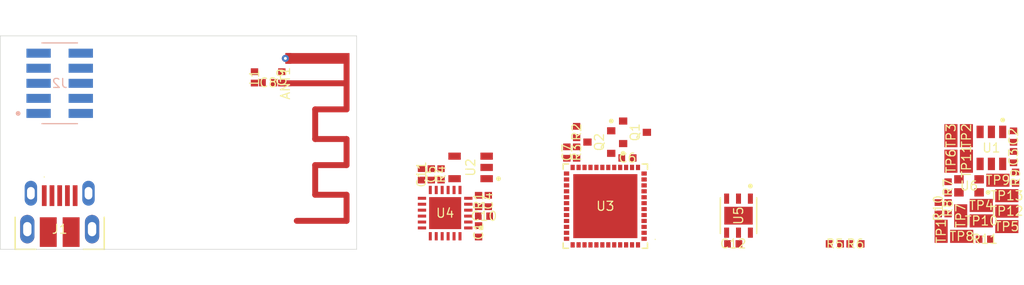
<source format=kicad_pcb>
(kicad_pcb (version 20171130) (host pcbnew 5.1.10-88a1d61d58~88~ubuntu18.04.1)

  (general
    (thickness 1.6)
    (drawings 4)
    (tracks 12)
    (zones 0)
    (modules 49)
    (nets 36)
  )

  (page A4)
  (layers
    (0 F.Cu signal)
    (1 In1.Cu signal)
    (2 In2.Cu signal)
    (31 B.Cu signal)
    (32 B.Adhes user)
    (33 F.Adhes user)
    (34 B.Paste user)
    (35 F.Paste user)
    (36 B.SilkS user)
    (37 F.SilkS user)
    (38 B.Mask user)
    (39 F.Mask user)
    (40 Dwgs.User user)
    (41 Cmts.User user)
    (42 Eco1.User user)
    (43 Eco2.User user)
    (44 Edge.Cuts user)
    (45 Margin user)
    (46 B.CrtYd user)
    (47 F.CrtYd user)
    (48 B.Fab user)
    (49 F.Fab user)
  )

  (setup
    (last_trace_width 0.13)
    (trace_clearance 0.2)
    (zone_clearance 0)
    (zone_45_only no)
    (trace_min 0.13)
    (via_size 0.5588)
    (via_drill 0.13)
    (via_min_size 0.5588)
    (via_min_drill 0.13)
    (uvia_size 0.01)
    (uvia_drill 0)
    (uvias_allowed no)
    (uvia_min_size 0)
    (uvia_min_drill 0)
    (edge_width 0.15)
    (segment_width 0.2)
    (pcb_text_width 0.3)
    (pcb_text_size 1.5 1.5)
    (mod_edge_width 0.15)
    (mod_text_size 1 1)
    (mod_text_width 0.15)
    (pad_size 1.524 1.524)
    (pad_drill 0.762)
    (pad_to_mask_clearance 0.051)
    (aux_axis_origin 0 0)
    (visible_elements FFFFFF7F)
    (pcbplotparams
      (layerselection 0x00030_80000001)
      (usegerberextensions false)
      (usegerberattributes true)
      (usegerberadvancedattributes true)
      (creategerberjobfile true)
      (excludeedgelayer true)
      (linewidth 0.050000)
      (plotframeref false)
      (viasonmask false)
      (mode 1)
      (useauxorigin false)
      (hpglpennumber 1)
      (hpglpenspeed 20)
      (hpglpendiameter 15.000000)
      (psnegative false)
      (psa4output false)
      (plotreference true)
      (plotvalue true)
      (plotinvisibletext false)
      (padsonsilk false)
      (subtractmaskfromsilk false)
      (outputformat 1)
      (mirror false)
      (drillshape 1)
      (scaleselection 1)
      (outputdirectory ""))
  )

  (net 0 "")
  (net 1 D+)
  (net 2 PC-TX)
  (net 3 H-I2C_sda)
  (net 4 PC-SET)
  (net 5 VBUS)
  (net 6 ESP-TX)
  (net 7 gnd)
  (net 8 USB-N)
  (net 9 P5V0)
  (net 10 P3V3)
  (net 11 PC-RX)
  (net 12 H-I2C_scl)
  (net 13 SHIELD)
  (net 14 ID)
  (net 15 PC-RESET)
  (net 16 ESP-RX)
  (net 17 b)
  (net 18 TXD_SCI)
  (net 19 pwm1_timer)
  (net 20 c)
  (net 21 l_b)
  (net 22 launch)
  (net 23 pwm0_timer)
  (net 24 RTS_ECI)
  (net 25 RTS_SCI)
  (net 26 g)
  (net 27 LNA-IN)
  (net 28 nRST)
  (net 29 DTR_ECI)
  (net 30 EN)
  (net 31 RXD_SCI)
  (net 32 r)
  (net 33 proc_q1_b)
  (net 34 DTR_SCI)
  (net 35 pwm2_timer)

  (net_class Default "This is the Default net class."
    (clearance 0.2)
    (trace_width 0.13)
    (via_dia 0.5588)
    (via_drill 0.13)
    (uvia_dia 0.01)
    (uvia_drill 0)
    (add_net DTR_ECI)
    (add_net DTR_SCI)
    (add_net EN)
    (add_net ESP-RX)
    (add_net ESP-TX)
    (add_net H-I2C_scl)
    (add_net H-I2C_sda)
    (add_net ID)
    (add_net LNA-IN)
    (add_net PC-RESET)
    (add_net PC-RX)
    (add_net PC-SET)
    (add_net PC-TX)
    (add_net RTS_ECI)
    (add_net RTS_SCI)
    (add_net RXD_SCI)
    (add_net SHIELD)
    (add_net TXD_SCI)
    (add_net b)
    (add_net c)
    (add_net g)
    (add_net gnd)
    (add_net l_b)
    (add_net launch)
    (add_net nRST)
    (add_net proc_q1_b)
    (add_net pwm0_timer)
    (add_net pwm1_timer)
    (add_net pwm2_timer)
    (add_net r)
  )

  (net_class Power "This is the Power net class."
    (clearance 0.2)
    (trace_width 0.5)
    (via_dia 0.5588)
    (via_drill 0.13)
    (uvia_dia 0.01)
    (uvia_drill 0)
    (add_net P3V3)
    (add_net P5V0)
    (add_net VBUS)
  )

  (net_class USB "This is the USB net class."
    (clearance 0.3)
    (trace_width 0.224)
    (via_dia 0.5588)
    (via_drill 0.13)
    (uvia_dia 0.01)
    (uvia_drill 0)
    (add_net D+)
    (add_net USB-N)
  )

  (module ble-mote:dummy0 (layer F.Cu) (tedit 0) (tstamp 0)
    (at 160.2 97.9)
    (fp_text reference "" (at 0 0) (layer F.SilkS)
      (effects (font (size 1.27 1.27) (thickness 0.15)))
    )
    (fp_text value "" (at 0 0) (layer F.SilkS)
      (effects (font (size 1.27 1.27) (thickness 0.15)))
    )
    (fp_poly (pts (xy -2.7 -0.45) (xy -2.7 0.45) (xy 2.7 0.45) (xy 2.7 -0.45)) (layer F.Cu) (width 0))
  )

  (module ble-mote:ant_2GHz4_inverted_f_geom (layer F.Cu) (tedit 0) (tstamp 0)
    (at 157.5 100 270)
    (fp_text reference ANT1 (at 0 0 90) (layer F.SilkS)
      (effects (font (size 0.762 0.762) (thickness 0.1)))
    )
    (fp_text value "" (at 0 0 270) (layer F.SilkS)
      (effects (font (size 1.27 1.27) (thickness 0.15)))
    )
    (fp_line (start 17 -6) (end -7 -6) (layer Cmts.User) (width 0.05))
    (fp_line (start -4 -6) (end -4 -0.5) (layer B.CrtYd) (width 0.05))
    (fp_line (start 14 -6) (end -4 -6) (layer B.CrtYd) (width 0.05))
    (fp_line (start 14 -0.5) (end 14 -6) (layer B.CrtYd) (width 0.05))
    (fp_line (start -4 -0.5) (end 14 -0.5) (layer B.CrtYd) (width 0.05))
    (fp_line (start -4 -6) (end -4 -0.5) (layer F.CrtYd) (width 0.05))
    (fp_line (start 14 -6) (end -4 -6) (layer F.CrtYd) (width 0.05))
    (fp_line (start 14 -0.5) (end 14 -6) (layer F.CrtYd) (width 0.05))
    (fp_line (start -4 -0.5) (end 14 -0.5) (layer F.CrtYd) (width 0.05))
    (fp_poly (pts (xy -2.7 0.15) (xy -1.5 0.15) (xy -1.5 -0.65) (xy -2.7 -0.65)) (layer F.Mask) (width 0))
    (fp_poly (pts (xy -0.4 0.15) (xy 0.4 0.15) (xy 0.4 -0.65) (xy -0.4 -0.65)) (layer F.Mask) (width 0))
    (pad launch smd rect (at 0 -0.25 270) (size 0.5 0.5) (layers F.Cu F.Paste)
      (net 22 launch))
    (pad gnd smd rect (at -2.1 -0.25 270) (size 0.9 0.5) (layers F.Cu F.Paste)
      (net 7 gnd))
  )

  (module ble-mote:ipc_two_pin_landpattern (layer F.Cu) (tedit 0) (tstamp 0)
    (at 174.2182 111.204674 180)
    (fp_text reference C10 (at 0 0) (layer F.SilkS)
      (effects (font (size 0.762 0.762) (thickness 0.1)))
    )
    (fp_text value "" (at 0 0 180) (layer F.SilkS)
      (effects (font (size 1.27 1.27) (thickness 0.15)))
    )
    (fp_line (start -0.765 -0.31) (end -0.765 0.31) (layer F.CrtYd) (width 0.05))
    (fp_line (start 0.765 -0.31) (end -0.765 -0.31) (layer F.CrtYd) (width 0.05))
    (fp_line (start 0.765 0.31) (end 0.765 -0.31) (layer F.CrtYd) (width 0.05))
    (fp_line (start -0.765 0.31) (end 0.765 0.31) (layer F.CrtYd) (width 0.05))
    (fp_poly (pts (xy 0.045 0.46) (xy 0.915 0.46) (xy 0.915 -0.46) (xy 0.045 -0.46)) (layer F.Mask) (width 0))
    (fp_poly (pts (xy -0.915 0.46) (xy -0.045 0.46) (xy -0.045 -0.46) (xy -0.915 -0.46)) (layer F.Mask) (width 0))
    (pad 1 smd rect (at -0.48 0 180) (size 0.57 0.62) (layers F.Cu F.Paste)
      (net 7 gnd))
    (pad 2 smd rect (at 0.48 0 180) (size 0.57 0.62) (layers F.Cu F.Paste)
      (net 10 P3V3))
  )

  (module ble-mote:ipc_two_pin_landpattern (layer F.Cu) (tedit 0) (tstamp 0)
    (at 203.758078 113.54 180)
    (fp_text reference R5 (at 0 0) (layer F.SilkS)
      (effects (font (size 0.762 0.762) (thickness 0.1)))
    )
    (fp_text value "" (at 0 0 180) (layer F.SilkS)
      (effects (font (size 1.27 1.27) (thickness 0.15)))
    )
    (fp_line (start -0.765 -0.31) (end -0.765 0.31) (layer F.CrtYd) (width 0.05))
    (fp_line (start 0.765 -0.31) (end -0.765 -0.31) (layer F.CrtYd) (width 0.05))
    (fp_line (start 0.765 0.31) (end 0.765 -0.31) (layer F.CrtYd) (width 0.05))
    (fp_line (start -0.765 0.31) (end 0.765 0.31) (layer F.CrtYd) (width 0.05))
    (fp_poly (pts (xy 0.045 0.46) (xy 0.915 0.46) (xy 0.915 -0.46) (xy 0.045 -0.46)) (layer F.Mask) (width 0))
    (fp_poly (pts (xy -0.915 0.46) (xy -0.045 0.46) (xy -0.045 -0.46) (xy -0.915 -0.46)) (layer F.Mask) (width 0))
    (pad 1 smd rect (at -0.48 0 180) (size 0.57 0.62) (layers F.Cu F.Paste)
      (net 10 P3V3))
    (pad 2 smd rect (at 0.48 0 180) (size 0.57 0.62) (layers F.Cu F.Paste)
      (net 4 PC-SET))
  )

  (module ble-mote:rc_landpattern (layer F.Cu) (tedit 0) (tstamp 0)
    (at 218.236205 110.781474)
    (fp_text reference TP12 (at 0 0) (layer F.SilkS)
      (effects (font (size 0.762 0.762) (thickness 0.1)))
    )
    (fp_text value "" (at 0 0) (layer F.SilkS)
      (effects (font (size 1.27 1.27) (thickness 0.15)))
    )
    (fp_line (start -0.975 -0.55) (end -0.975 0.55) (layer F.CrtYd) (width 0.05))
    (fp_line (start 0.975 -0.55) (end -0.975 -0.55) (layer F.CrtYd) (width 0.05))
    (fp_line (start 0.975 0.55) (end 0.975 -0.55) (layer F.CrtYd) (width 0.05))
    (fp_line (start -0.975 0.55) (end 0.975 0.55) (layer F.CrtYd) (width 0.05))
    (fp_poly (pts (xy -1.125 0.7) (xy 1.125 0.7) (xy 1.125 -0.7) (xy -1.125 -0.7)) (layer F.Mask) (width 0))
    (pad p smd rect (at 0 0) (size 1.95 1.1) (layers F.Cu F.Paste)
      (net 7 gnd))
  )

  (module ble-mote:ipc_two_pin_landpattern (layer F.Cu) (tedit 0) (tstamp 0)
    (at 174.5864 109.926474 90)
    (fp_text reference C4 (at 0 0 90) (layer F.SilkS)
      (effects (font (size 0.762 0.762) (thickness 0.1)))
    )
    (fp_text value "" (at 0 0 90) (layer F.SilkS)
      (effects (font (size 1.27 1.27) (thickness 0.15)))
    )
    (fp_line (start -0.765 -0.31) (end -0.765 0.31) (layer F.CrtYd) (width 0.05))
    (fp_line (start 0.765 -0.31) (end -0.765 -0.31) (layer F.CrtYd) (width 0.05))
    (fp_line (start 0.765 0.31) (end 0.765 -0.31) (layer F.CrtYd) (width 0.05))
    (fp_line (start -0.765 0.31) (end 0.765 0.31) (layer F.CrtYd) (width 0.05))
    (fp_poly (pts (xy 0.045 0.46) (xy 0.915 0.46) (xy 0.915 -0.46) (xy 0.045 -0.46)) (layer F.Mask) (width 0))
    (fp_poly (pts (xy -0.915 0.46) (xy -0.045 0.46) (xy -0.045 -0.46) (xy -0.915 -0.46)) (layer F.Mask) (width 0))
    (pad 1 smd rect (at -0.48 0 90) (size 0.57 0.62) (layers F.Cu F.Paste)
      (net 7 gnd))
    (pad 2 smd rect (at 0.48 0 90) (size 0.57 0.62) (layers F.Cu F.Paste)
      (net 9 P5V0))
  )

  (module ble-mote:ipc_two_pin_landpattern (layer F.Cu) (tedit 0) (tstamp 0)
    (at 182.018526 104.1086 90)
    (fp_text reference R2 (at 0 0 90) (layer F.SilkS)
      (effects (font (size 0.762 0.762) (thickness 0.1)))
    )
    (fp_text value "" (at 0 0 90) (layer F.SilkS)
      (effects (font (size 1.27 1.27) (thickness 0.15)))
    )
    (fp_line (start -0.765 -0.31) (end -0.765 0.31) (layer F.CrtYd) (width 0.05))
    (fp_line (start 0.765 -0.31) (end -0.765 -0.31) (layer F.CrtYd) (width 0.05))
    (fp_line (start 0.765 0.31) (end 0.765 -0.31) (layer F.CrtYd) (width 0.05))
    (fp_line (start -0.765 0.31) (end 0.765 0.31) (layer F.CrtYd) (width 0.05))
    (fp_poly (pts (xy 0.045 0.46) (xy 0.915 0.46) (xy 0.915 -0.46) (xy 0.045 -0.46)) (layer F.Mask) (width 0))
    (fp_poly (pts (xy -0.915 0.46) (xy -0.045 0.46) (xy -0.045 -0.46) (xy -0.915 -0.46)) (layer F.Mask) (width 0))
    (pad 1 smd rect (at -0.48 0 90) (size 0.57 0.62) (layers F.Cu F.Paste)
      (net 29 DTR_ECI))
    (pad 2 smd rect (at 0.48 0 90) (size 0.57 0.62) (layers F.Cu F.Paste)
      (net 17 b))
  )

  (module ble-mote:ipc_two_pin_landpattern (layer F.Cu) (tedit 0) (tstamp 0)
    (at 156.05 99.95)
    (fp_text reference C8 (at 0 0) (layer F.SilkS)
      (effects (font (size 0.762 0.762) (thickness 0.1)))
    )
    (fp_text value "" (at 0 0) (layer F.SilkS)
      (effects (font (size 1.27 1.27) (thickness 0.15)))
    )
    (fp_line (start -0.765 -0.31) (end -0.765 0.31) (layer F.CrtYd) (width 0.05))
    (fp_line (start 0.765 -0.31) (end -0.765 -0.31) (layer F.CrtYd) (width 0.05))
    (fp_line (start 0.765 0.31) (end 0.765 -0.31) (layer F.CrtYd) (width 0.05))
    (fp_line (start -0.765 0.31) (end 0.765 0.31) (layer F.CrtYd) (width 0.05))
    (fp_poly (pts (xy 0.045 0.46) (xy 0.915 0.46) (xy 0.915 -0.46) (xy 0.045 -0.46)) (layer F.Mask) (width 0))
    (fp_poly (pts (xy -0.915 0.46) (xy -0.045 0.46) (xy -0.045 -0.46) (xy -0.915 -0.46)) (layer F.Mask) (width 0))
    (pad 1 smd rect (at -0.48 0) (size 0.57 0.62) (layers F.Cu F.Paste)
      (net 27 LNA-IN))
    (pad 2 smd rect (at 0.48 0) (size 0.57 0.62) (layers F.Cu F.Paste)
      (net 22 launch))
  )

  (module ble-mote:rc_landpattern (layer F.Cu) (tedit 0) (tstamp 0)
    (at 218.236205 109.478274)
    (fp_text reference TP13 (at 0 0) (layer F.SilkS)
      (effects (font (size 0.762 0.762) (thickness 0.1)))
    )
    (fp_text value "" (at 0 0) (layer F.SilkS)
      (effects (font (size 1.27 1.27) (thickness 0.15)))
    )
    (fp_line (start -0.975 -0.55) (end -0.975 0.55) (layer F.CrtYd) (width 0.05))
    (fp_line (start 0.975 -0.55) (end -0.975 -0.55) (layer F.CrtYd) (width 0.05))
    (fp_line (start 0.975 0.55) (end 0.975 -0.55) (layer F.CrtYd) (width 0.05))
    (fp_line (start -0.975 0.55) (end 0.975 0.55) (layer F.CrtYd) (width 0.05))
    (fp_poly (pts (xy -1.125 0.7) (xy 1.125 0.7) (xy 1.125 -0.7) (xy -1.125 -0.7)) (layer F.Mask) (width 0))
    (pad p smd rect (at 0 0) (size 1.95 1.1) (layers F.Cu F.Paste)
      (net 7 gnd))
  )

  (module ble-mote:ipc_two_pin_landpattern (layer F.Cu) (tedit 0) (tstamp 0)
    (at 168.96 107.679674 90)
    (fp_text reference C11 (at 0 0 90) (layer F.SilkS)
      (effects (font (size 0.762 0.762) (thickness 0.1)))
    )
    (fp_text value "" (at 0 0 90) (layer F.SilkS)
      (effects (font (size 1.27 1.27) (thickness 0.15)))
    )
    (fp_line (start -0.765 -0.31) (end -0.765 0.31) (layer F.CrtYd) (width 0.05))
    (fp_line (start 0.765 -0.31) (end -0.765 -0.31) (layer F.CrtYd) (width 0.05))
    (fp_line (start 0.765 0.31) (end 0.765 -0.31) (layer F.CrtYd) (width 0.05))
    (fp_line (start -0.765 0.31) (end 0.765 0.31) (layer F.CrtYd) (width 0.05))
    (fp_poly (pts (xy 0.045 0.46) (xy 0.915 0.46) (xy 0.915 -0.46) (xy 0.045 -0.46)) (layer F.Mask) (width 0))
    (fp_poly (pts (xy -0.915 0.46) (xy -0.045 0.46) (xy -0.045 -0.46) (xy -0.915 -0.46)) (layer F.Mask) (width 0))
    (pad 1 smd rect (at -0.48 0 90) (size 0.57 0.62) (layers F.Cu F.Paste)
      (net 7 gnd))
    (pad 2 smd rect (at 0.48 0 90) (size 0.57 0.62) (layers F.Cu F.Paste)
      (net 10 P3V3))
  )

  (module ble-mote:ipc_two_pin_landpattern (layer F.Cu) (tedit 0) (tstamp 0)
    (at 213.291604 108.783274 270)
    (fp_text reference R7 (at 0 0 90) (layer F.SilkS)
      (effects (font (size 0.762 0.762) (thickness 0.1)))
    )
    (fp_text value "" (at 0 0 270) (layer F.SilkS)
      (effects (font (size 1.27 1.27) (thickness 0.15)))
    )
    (fp_line (start -0.765 -0.31) (end -0.765 0.31) (layer F.CrtYd) (width 0.05))
    (fp_line (start 0.765 -0.31) (end -0.765 -0.31) (layer F.CrtYd) (width 0.05))
    (fp_line (start 0.765 0.31) (end 0.765 -0.31) (layer F.CrtYd) (width 0.05))
    (fp_line (start -0.765 0.31) (end 0.765 0.31) (layer F.CrtYd) (width 0.05))
    (fp_poly (pts (xy 0.045 0.46) (xy 0.915 0.46) (xy 0.915 -0.46) (xy 0.045 -0.46)) (layer F.Mask) (width 0))
    (fp_poly (pts (xy -0.915 0.46) (xy -0.045 0.46) (xy -0.045 -0.46) (xy -0.915 -0.46)) (layer F.Mask) (width 0))
    (pad 1 smd rect (at -0.48 0 270) (size 0.57 0.62) (layers F.Cu F.Paste)
      (net 3 H-I2C_sda))
    (pad 2 smd rect (at 0.48 0 270) (size 0.57 0.62) (layers F.Cu F.Paste)
      (net 10 P3V3))
  )

  (module ble-mote:ipc_two_pin_landpattern (layer F.Cu) (tedit 0) (tstamp 0)
    (at 205.491278 113.54)
    (fp_text reference R6 (at 0 0) (layer F.SilkS)
      (effects (font (size 0.762 0.762) (thickness 0.1)))
    )
    (fp_text value "" (at 0 0) (layer F.SilkS)
      (effects (font (size 1.27 1.27) (thickness 0.15)))
    )
    (fp_line (start -0.765 -0.31) (end -0.765 0.31) (layer F.CrtYd) (width 0.05))
    (fp_line (start 0.765 -0.31) (end -0.765 -0.31) (layer F.CrtYd) (width 0.05))
    (fp_line (start 0.765 0.31) (end 0.765 -0.31) (layer F.CrtYd) (width 0.05))
    (fp_line (start -0.765 0.31) (end 0.765 0.31) (layer F.CrtYd) (width 0.05))
    (fp_poly (pts (xy 0.045 0.46) (xy 0.915 0.46) (xy 0.915 -0.46) (xy 0.045 -0.46)) (layer F.Mask) (width 0))
    (fp_poly (pts (xy -0.915 0.46) (xy -0.045 0.46) (xy -0.045 -0.46) (xy -0.915 -0.46)) (layer F.Mask) (width 0))
    (pad 1 smd rect (at -0.48 0) (size 0.57 0.62) (layers F.Cu F.Paste)
      (net 10 P3V3))
    (pad 2 smd rect (at 0.48 0) (size 0.57 0.62) (layers F.Cu F.Paste)
      (net 15 PC-RESET))
  )

  (module ble-mote:ipc_two_pin_landpattern (layer F.Cu) (tedit 0) (tstamp 0)
    (at 169.7832 107.679674 270)
    (fp_text reference C5 (at 0 0 90) (layer F.SilkS)
      (effects (font (size 0.762 0.762) (thickness 0.1)))
    )
    (fp_text value "" (at 0 0 270) (layer F.SilkS)
      (effects (font (size 1.27 1.27) (thickness 0.15)))
    )
    (fp_line (start -0.765 -0.31) (end -0.765 0.31) (layer F.CrtYd) (width 0.05))
    (fp_line (start 0.765 -0.31) (end -0.765 -0.31) (layer F.CrtYd) (width 0.05))
    (fp_line (start 0.765 0.31) (end 0.765 -0.31) (layer F.CrtYd) (width 0.05))
    (fp_line (start -0.765 0.31) (end 0.765 0.31) (layer F.CrtYd) (width 0.05))
    (fp_poly (pts (xy 0.045 0.46) (xy 0.915 0.46) (xy 0.915 -0.46) (xy 0.045 -0.46)) (layer F.Mask) (width 0))
    (fp_poly (pts (xy -0.915 0.46) (xy -0.045 0.46) (xy -0.045 -0.46) (xy -0.915 -0.46)) (layer F.Mask) (width 0))
    (pad 1 smd rect (at -0.48 0 270) (size 0.57 0.62) (layers F.Cu F.Paste)
      (net 7 gnd))
    (pad 2 smd rect (at 0.48 0 270) (size 0.57 0.62) (layers F.Cu F.Paste)
      (net 10 P3V3))
  )

  (module ble-mote:ipc_two_pin_landpattern (layer F.Cu) (tedit 0) (tstamp 0)
    (at 182.018526 105.8418 270)
    (fp_text reference R3 (at 0 0 90) (layer F.SilkS)
      (effects (font (size 0.762 0.762) (thickness 0.1)))
    )
    (fp_text value "" (at 0 0 270) (layer F.SilkS)
      (effects (font (size 1.27 1.27) (thickness 0.15)))
    )
    (fp_line (start -0.765 -0.31) (end -0.765 0.31) (layer F.CrtYd) (width 0.05))
    (fp_line (start 0.765 -0.31) (end -0.765 -0.31) (layer F.CrtYd) (width 0.05))
    (fp_line (start 0.765 0.31) (end 0.765 -0.31) (layer F.CrtYd) (width 0.05))
    (fp_line (start -0.765 0.31) (end 0.765 0.31) (layer F.CrtYd) (width 0.05))
    (fp_poly (pts (xy 0.045 0.46) (xy 0.915 0.46) (xy 0.915 -0.46) (xy 0.045 -0.46)) (layer F.Mask) (width 0))
    (fp_poly (pts (xy -0.915 0.46) (xy -0.045 0.46) (xy -0.045 -0.46) (xy -0.915 -0.46)) (layer F.Mask) (width 0))
    (pad 1 smd rect (at -0.48 0 270) (size 0.57 0.62) (layers F.Cu F.Paste)
      (net 24 RTS_ECI))
    (pad 2 smd rect (at 0.48 0 270) (size 0.57 0.62) (layers F.Cu F.Paste)
      (net 33 proc_q1_b))
  )

  (module ble-mote:ipc_two_pin_landpattern (layer F.Cu) (tedit 0) (tstamp 0)
    (at 170.6064 107.679674 90)
    (fp_text reference R4 (at 0 0 90) (layer F.SilkS)
      (effects (font (size 0.762 0.762) (thickness 0.1)))
    )
    (fp_text value "" (at 0 0 90) (layer F.SilkS)
      (effects (font (size 1.27 1.27) (thickness 0.15)))
    )
    (fp_line (start -0.765 -0.31) (end -0.765 0.31) (layer F.CrtYd) (width 0.05))
    (fp_line (start 0.765 -0.31) (end -0.765 -0.31) (layer F.CrtYd) (width 0.05))
    (fp_line (start 0.765 0.31) (end 0.765 -0.31) (layer F.CrtYd) (width 0.05))
    (fp_line (start -0.765 0.31) (end 0.765 0.31) (layer F.CrtYd) (width 0.05))
    (fp_poly (pts (xy 0.045 0.46) (xy 0.915 0.46) (xy 0.915 -0.46) (xy 0.045 -0.46)) (layer F.Mask) (width 0))
    (fp_poly (pts (xy -0.915 0.46) (xy -0.045 0.46) (xy -0.045 -0.46) (xy -0.915 -0.46)) (layer F.Mask) (width 0))
    (pad 1 smd rect (at -0.48 0 90) (size 0.57 0.62) (layers F.Cu F.Paste)
      (net 28 nRST))
    (pad 2 smd rect (at 0.48 0 90) (size 0.57 0.62) (layers F.Cu F.Paste)
      (net 10 P3V3))
  )

  (module ble-mote:ipc_two_pin_landpattern (layer F.Cu) (tedit 0) (tstamp 0)
    (at 213.291604 110.539674 270)
    (fp_text reference R8 (at 0 0 90) (layer F.SilkS)
      (effects (font (size 0.762 0.762) (thickness 0.1)))
    )
    (fp_text value "" (at 0 0 270) (layer F.SilkS)
      (effects (font (size 1.27 1.27) (thickness 0.15)))
    )
    (fp_line (start -0.765 -0.31) (end -0.765 0.31) (layer F.CrtYd) (width 0.05))
    (fp_line (start 0.765 -0.31) (end -0.765 -0.31) (layer F.CrtYd) (width 0.05))
    (fp_line (start 0.765 0.31) (end 0.765 -0.31) (layer F.CrtYd) (width 0.05))
    (fp_line (start -0.765 0.31) (end 0.765 0.31) (layer F.CrtYd) (width 0.05))
    (fp_poly (pts (xy 0.045 0.46) (xy 0.915 0.46) (xy 0.915 -0.46) (xy 0.045 -0.46)) (layer F.Mask) (width 0))
    (fp_poly (pts (xy -0.915 0.46) (xy -0.045 0.46) (xy -0.045 -0.46) (xy -0.915 -0.46)) (layer F.Mask) (width 0))
    (pad 1 smd rect (at -0.48 0 270) (size 0.57 0.62) (layers F.Cu F.Paste)
      (net 12 H-I2C_scl))
    (pad 2 smd rect (at 0.48 0 270) (size 0.57 0.62) (layers F.Cu F.Paste)
      (net 10 P3V3))
  )

  (module ble-mote:ipc_two_pin_landpattern (layer F.Cu) (tedit 0) (tstamp 0)
    (at 218.971205 107.960073 270)
    (fp_text reference R9 (at 0 0 90) (layer F.SilkS)
      (effects (font (size 0.762 0.762) (thickness 0.1)))
    )
    (fp_text value "" (at 0 0 270) (layer F.SilkS)
      (effects (font (size 1.27 1.27) (thickness 0.15)))
    )
    (fp_line (start -0.765 -0.31) (end -0.765 0.31) (layer F.CrtYd) (width 0.05))
    (fp_line (start 0.765 -0.31) (end -0.765 -0.31) (layer F.CrtYd) (width 0.05))
    (fp_line (start 0.765 0.31) (end 0.765 -0.31) (layer F.CrtYd) (width 0.05))
    (fp_line (start -0.765 0.31) (end 0.765 0.31) (layer F.CrtYd) (width 0.05))
    (fp_poly (pts (xy 0.045 0.46) (xy 0.915 0.46) (xy 0.915 -0.46) (xy 0.045 -0.46)) (layer F.Mask) (width 0))
    (fp_poly (pts (xy -0.915 0.46) (xy -0.045 0.46) (xy -0.045 -0.46) (xy -0.915 -0.46)) (layer F.Mask) (width 0))
    (pad 1 smd rect (at -0.48 0 270) (size 0.57 0.62) (layers F.Cu F.Paste)
      (net 23 pwm0_timer))
    (pad 2 smd rect (at 0.48 0 270) (size 0.57 0.62) (layers F.Cu F.Paste)
      (net 32 r))
  )

  (module ble-mote:ipc_two_pin_landpattern (layer F.Cu) (tedit 0) (tstamp 0)
    (at 218.801204 104.493673 270)
    (fp_text reference C2 (at 0 0 90) (layer F.SilkS)
      (effects (font (size 0.762 0.762) (thickness 0.1)))
    )
    (fp_text value "" (at 0 0 270) (layer F.SilkS)
      (effects (font (size 1.27 1.27) (thickness 0.15)))
    )
    (fp_line (start -0.765 -0.31) (end -0.765 0.31) (layer F.CrtYd) (width 0.05))
    (fp_line (start 0.765 -0.31) (end -0.765 -0.31) (layer F.CrtYd) (width 0.05))
    (fp_line (start 0.765 0.31) (end 0.765 -0.31) (layer F.CrtYd) (width 0.05))
    (fp_line (start -0.765 0.31) (end 0.765 0.31) (layer F.CrtYd) (width 0.05))
    (fp_poly (pts (xy 0.045 0.46) (xy 0.915 0.46) (xy 0.915 -0.46) (xy 0.045 -0.46)) (layer F.Mask) (width 0))
    (fp_poly (pts (xy -0.915 0.46) (xy -0.045 0.46) (xy -0.045 -0.46) (xy -0.915 -0.46)) (layer F.Mask) (width 0))
    (pad 1 smd rect (at -0.48 0 270) (size 0.57 0.62) (layers F.Cu F.Paste)
      (net 5 VBUS))
    (pad 2 smd rect (at 0.48 0 270) (size 0.57 0.62) (layers F.Cu F.Paste)
      (net 7 gnd))
  )

  (module ble-mote:SOT95P280X100_3N (layer F.Cu) (tedit 0) (tstamp 0)
    (at 183.931726 104.9568 90)
    (fp_text reference Q2 (at 0 0 90) (layer F.SilkS)
      (effects (font (size 0.762 0.762) (thickness 0.1)))
    )
    (fp_text value "" (at 0 0 90) (layer F.SilkS)
      (effects (font (size 1.27 1.27) (thickness 0.15)))
    )
    (fp_poly (pts (xy -0.75 2) (xy -0.753843 1.960982) (xy -0.765224 1.923463) (xy -0.783706 1.888886)
      (xy -0.808579 1.858579) (xy -0.838886 1.833706) (xy -0.873463 1.815224) (xy -0.910982 1.803843)
      (xy -0.95 1.8) (xy -0.989018 1.803843) (xy -1.026537 1.815224) (xy -1.061114 1.833706)
      (xy -1.091421 1.858579) (xy -1.116294 1.888886) (xy -1.134776 1.923463) (xy -1.146157 1.960982)
      (xy -1.15 2) (xy -1.146157 2.039018) (xy -1.134776 2.076537) (xy -1.116294 2.111114)
      (xy -1.091421 2.141421) (xy -1.061114 2.166294) (xy -1.026537 2.184776) (xy -0.989018 2.196157)
      (xy -0.95 2.2) (xy -0.910982 2.196157) (xy -0.873463 2.184776) (xy -0.838886 2.166294)
      (xy -0.808579 2.141421) (xy -0.783706 2.111114) (xy -0.765224 2.076537) (xy -0.753843 2.039018)) (layer F.SilkS) (width 0))
    (fp_line (start -1.65 -1.4) (end -1.65 1.4) (layer F.CrtYd) (width 0.05))
    (fp_line (start 1.65 -1.4) (end -1.65 -1.4) (layer F.CrtYd) (width 0.05))
    (fp_line (start 1.65 1.4) (end 1.65 -1.4) (layer F.CrtYd) (width 0.05))
    (fp_line (start -1.65 1.4) (end 1.65 1.4) (layer F.CrtYd) (width 0.05))
    (fp_poly (pts (xy -0.45 -0.5) (xy 0.45 -0.5) (xy 0.45 -1.5) (xy -0.45 -1.5)) (layer F.Mask) (width 0))
    (fp_poly (pts (xy 0.5 1.5) (xy 1.4 1.5) (xy 1.4 0.5) (xy 0.5 0.5)) (layer F.Mask) (width 0))
    (fp_poly (pts (xy -1.4 1.5) (xy -0.5 1.5) (xy -0.5 0.5) (xy -1.4 0.5)) (layer F.Mask) (width 0))
    (pad 1 smd rect (at -0.95 1 90) (size 0.6 0.7) (layers F.Cu F.Paste)
      (net 33 proc_q1_b))
    (pad 2 smd rect (at 0.95 1 90) (size 0.6 0.7) (layers F.Cu F.Paste)
      (net 29 DTR_ECI))
    (pad 3 smd rect (at 0 -1 90) (size 0.6 0.7) (layers F.Cu F.Paste)
      (net 20 c))
  )

  (module ble-mote:rgb_2020 (layer F.Cu) (tedit 0) (tstamp 0)
    (at 215.054804 108.648273 180)
    (fp_text reference U6 (at 0 0) (layer F.SilkS)
      (effects (font (size 0.762 0.762) (thickness 0.1)))
    )
    (fp_text value "" (at 0 0 180) (layer F.SilkS)
      (effects (font (size 1.27 1.27) (thickness 0.15)))
    )
    (fp_poly (pts (xy -1.4 -0.55) (xy -1.403843 -0.589018) (xy -1.415224 -0.626537) (xy -1.433706 -0.661114)
      (xy -1.458579 -0.691421) (xy -1.488886 -0.716294) (xy -1.523463 -0.734776) (xy -1.560982 -0.746157)
      (xy -1.6 -0.75) (xy -1.639018 -0.746157) (xy -1.676537 -0.734776) (xy -1.711114 -0.716294)
      (xy -1.741421 -0.691421) (xy -1.766294 -0.661114) (xy -1.784776 -0.626537) (xy -1.796157 -0.589018)
      (xy -1.8 -0.55) (xy -1.796157 -0.510982) (xy -1.784776 -0.473463) (xy -1.766294 -0.438886)
      (xy -1.741421 -0.408579) (xy -1.711114 -0.383706) (xy -1.676537 -0.365224) (xy -1.639018 -0.353843)
      (xy -1.6 -0.35) (xy -1.560982 -0.353843) (xy -1.523463 -0.365224) (xy -1.488886 -0.383706)
      (xy -1.458579 -0.408579) (xy -1.433706 -0.438886) (xy -1.415224 -0.473463) (xy -1.403843 -0.510982)) (layer F.SilkS) (width 0))
    (fp_line (start -1.25 -0.9) (end -1.25 0.9) (layer F.CrtYd) (width 0.05))
    (fp_line (start 1.25 -0.9) (end -1.25 -0.9) (layer F.CrtYd) (width 0.05))
    (fp_line (start 1.25 0.9) (end 1.25 -0.9) (layer F.CrtYd) (width 0.05))
    (fp_line (start -1.25 0.9) (end 1.25 0.9) (layer F.CrtYd) (width 0.05))
    (fp_poly (pts (xy 0.3 1.05) (xy 1.4 1.05) (xy 1.4 0.05) (xy 0.3 0.05)) (layer F.Mask) (width 0))
    (fp_poly (pts (xy -1.4 1.05) (xy -0.3 1.05) (xy -0.3 0.05) (xy -1.4 0.05)) (layer F.Mask) (width 0))
    (fp_poly (pts (xy 0.3 -0.05) (xy 1.4 -0.05) (xy 1.4 -1.05) (xy 0.3 -1.05)) (layer F.Mask) (width 0))
    (fp_poly (pts (xy -1.4 -0.05) (xy -0.3 -0.05) (xy -0.3 -1.05) (xy -1.4 -1.05)) (layer F.Mask) (width 0))
    (pad 1 smd rect (at -0.85 -0.55 180) (size 0.8 0.7) (layers F.Cu F.Paste)
      (net 32 r))
    (pad 2 smd rect (at 0.85 -0.55 180) (size 0.8 0.7) (layers F.Cu F.Paste)
      (net 21 l_b))
    (pad 3 smd rect (at -0.85 0.55 180) (size 0.8 0.7) (layers F.Cu F.Paste)
      (net 10 P3V3))
    (pad 4 smd rect (at 0.85 0.55 180) (size 0.8 0.7) (layers F.Cu F.Paste)
      (net 26 g))
  )

  (module ble-mote:rc_landpattern (layer F.Cu) (tedit 0) (tstamp 0)
    (at 212.708404 112.482874 90)
    (fp_text reference TP1 (at 0 0 90) (layer F.SilkS)
      (effects (font (size 0.762 0.762) (thickness 0.1)))
    )
    (fp_text value "" (at 0 0 90) (layer F.SilkS)
      (effects (font (size 1.27 1.27) (thickness 0.15)))
    )
    (fp_line (start -0.975 -0.55) (end -0.975 0.55) (layer F.CrtYd) (width 0.05))
    (fp_line (start 0.975 -0.55) (end -0.975 -0.55) (layer F.CrtYd) (width 0.05))
    (fp_line (start 0.975 0.55) (end 0.975 -0.55) (layer F.CrtYd) (width 0.05))
    (fp_line (start -0.975 0.55) (end 0.975 0.55) (layer F.CrtYd) (width 0.05))
    (fp_poly (pts (xy -1.125 0.7) (xy 1.125 0.7) (xy 1.125 -0.7) (xy -1.125 -0.7)) (layer F.Mask) (width 0))
    (pad p smd rect (at 0 0 90) (size 1.95 1.1) (layers F.Cu F.Paste)
      (net 6 ESP-TX))
  )

  (module ble-mote:ipc_two_pin_landpattern (layer F.Cu) (tedit 0) (tstamp 0)
    (at 212.468404 110.539674 90)
    (fp_text reference R10 (at 0 0 90) (layer F.SilkS)
      (effects (font (size 0.762 0.762) (thickness 0.1)))
    )
    (fp_text value "" (at 0 0 90) (layer F.SilkS)
      (effects (font (size 1.27 1.27) (thickness 0.15)))
    )
    (fp_line (start -0.765 -0.31) (end -0.765 0.31) (layer F.CrtYd) (width 0.05))
    (fp_line (start 0.765 -0.31) (end -0.765 -0.31) (layer F.CrtYd) (width 0.05))
    (fp_line (start 0.765 0.31) (end 0.765 -0.31) (layer F.CrtYd) (width 0.05))
    (fp_line (start -0.765 0.31) (end 0.765 0.31) (layer F.CrtYd) (width 0.05))
    (fp_poly (pts (xy 0.045 0.46) (xy 0.915 0.46) (xy 0.915 -0.46) (xy 0.045 -0.46)) (layer F.Mask) (width 0))
    (fp_poly (pts (xy -0.915 0.46) (xy -0.045 0.46) (xy -0.045 -0.46) (xy -0.915 -0.46)) (layer F.Mask) (width 0))
    (pad 1 smd rect (at -0.48 0 90) (size 0.57 0.62) (layers F.Cu F.Paste)
      (net 19 pwm1_timer))
    (pad 2 smd rect (at 0.48 0 90) (size 0.57 0.62) (layers F.Cu F.Paste)
      (net 26 g))
  )

  (module ble-mote:rc_landpattern (layer F.Cu) (tedit 0) (tstamp 0)
    (at 214.834805 104.416874 90)
    (fp_text reference TP2 (at 0 0 90) (layer F.SilkS)
      (effects (font (size 0.762 0.762) (thickness 0.1)))
    )
    (fp_text value "" (at 0 0 90) (layer F.SilkS)
      (effects (font (size 1.27 1.27) (thickness 0.15)))
    )
    (fp_line (start -0.975 -0.55) (end -0.975 0.55) (layer F.CrtYd) (width 0.05))
    (fp_line (start 0.975 -0.55) (end -0.975 -0.55) (layer F.CrtYd) (width 0.05))
    (fp_line (start 0.975 0.55) (end 0.975 -0.55) (layer F.CrtYd) (width 0.05))
    (fp_line (start -0.975 0.55) (end 0.975 0.55) (layer F.CrtYd) (width 0.05))
    (fp_poly (pts (xy -1.125 0.7) (xy 1.125 0.7) (xy 1.125 -0.7) (xy -1.125 -0.7)) (layer F.Mask) (width 0))
    (pad p smd rect (at 0 0 90) (size 1.95 1.1) (layers F.Cu F.Paste)
      (net 16 ESP-RX))
  )

  (module ble-mote:amphenol_10103594_0001lf (layer F.Cu) (tedit 0) (tstamp 0)
    (at 138.5 112.3)
    (fp_text reference J1 (at 0 0) (layer F.SilkS)
      (effects (font (size 0.762 0.762) (thickness 0.1)))
    )
    (fp_text value "" (at 0 0) (layer F.SilkS)
      (effects (font (size 1.27 1.27) (thickness 0.15)))
    )
    (fp_line (start 3.75 1.7) (end 1.995 1.7) (layer F.SilkS) (width 0.127))
    (fp_line (start -3.75 1.7) (end -1.995 1.7) (layer F.SilkS) (width 0.127))
    (fp_poly (pts (xy -1.25 -4.4) (xy -1.250961 -4.409755) (xy -1.253806 -4.419134) (xy -1.258427 -4.427779)
      (xy -1.264645 -4.435355) (xy -1.272221 -4.441573) (xy -1.280866 -4.446194) (xy -1.290245 -4.449039)
      (xy -1.3 -4.45) (xy -1.309755 -4.449039) (xy -1.319134 -4.446194) (xy -1.327779 -4.441573)
      (xy -1.335355 -4.435355) (xy -1.341573 -4.427779) (xy -1.346194 -4.419134) (xy -1.349039 -4.409755)
      (xy -1.35 -4.4) (xy -1.349039 -4.390245) (xy -1.346194 -4.380866) (xy -1.341573 -4.372221)
      (xy -1.335355 -4.364645) (xy -1.327779 -4.358427) (xy -1.319134 -4.353806) (xy -1.309755 -4.350961)
      (xy -1.3 -4.35) (xy -1.290245 -4.350961) (xy -1.280866 -4.353806) (xy -1.272221 -4.358427)
      (xy -1.264645 -4.364645) (xy -1.258427 -4.372221) (xy -1.253806 -4.380866) (xy -1.250961 -4.390245)) (layer F.SilkS) (width 0))
    (fp_line (start -3.75 -1) (end -3.75 1.7) (layer F.SilkS) (width 0.127))
    (fp_line (start 3.75 -1) (end 3.75 1.7) (layer F.SilkS) (width 0.127))
    (fp_poly (pts (xy 0.1 1.65) (xy 1.825 1.65) (xy 1.825 -1.15) (xy 0.1 -1.15)) (layer F.Mask) (width 0))
    (fp_poly (pts (xy -1.825 1.65) (xy -0.1 1.65) (xy -0.1 -1.15) (xy -1.825 -1.15)) (layer F.Mask) (width 0))
    (fp_poly (pts (xy 3.1 -3.555) (xy 3.08703 -3.686686) (xy 3.048619 -3.813311) (xy 2.986242 -3.93001)
      (xy 2.902297 -4.032297) (xy 2.80001 -4.116242) (xy 2.683311 -4.178619) (xy 2.556686 -4.21703)
      (xy 2.425 -4.23) (xy 2.293314 -4.21703) (xy 2.166689 -4.178619) (xy 2.04999 -4.116242)
      (xy 1.947703 -4.032297) (xy 1.863758 -3.93001) (xy 1.801381 -3.813311) (xy 1.76297 -3.686686)
      (xy 1.75 -3.555) (xy 1.75 -2.505) (xy 1.76297 -2.373314) (xy 1.801381 -2.246689)
      (xy 1.863758 -2.12999) (xy 1.947703 -2.027703) (xy 2.04999 -1.943758) (xy 2.166689 -1.881381)
      (xy 2.293314 -1.84297) (xy 2.425 -1.83) (xy 2.556686 -1.84297) (xy 2.683311 -1.881381)
      (xy 2.80001 -1.943758) (xy 2.902297 -2.027703) (xy 2.986242 -2.12999) (xy 3.048619 -2.246689)
      (xy 3.08703 -2.373314) (xy 3.1 -2.505)) (layer B.Mask) (width 0))
    (fp_poly (pts (xy -1.75 -3.555) (xy -1.76297 -3.686686) (xy -1.801381 -3.813311) (xy -1.863758 -3.93001)
      (xy -1.947703 -4.032297) (xy -2.04999 -4.116242) (xy -2.166689 -4.178619) (xy -2.293314 -4.21703)
      (xy -2.425 -4.23) (xy -2.556686 -4.21703) (xy -2.683311 -4.178619) (xy -2.80001 -4.116242)
      (xy -2.902297 -4.032297) (xy -2.986242 -3.93001) (xy -3.048619 -3.813311) (xy -3.08703 -3.686686)
      (xy -3.1 -3.555) (xy -3.1 -2.505) (xy -3.08703 -2.373314) (xy -3.048619 -2.246689)
      (xy -2.986242 -2.12999) (xy -2.902297 -2.027703) (xy -2.80001 -1.943758) (xy -2.683311 -1.881381)
      (xy -2.556686 -1.84297) (xy -2.425 -1.83) (xy -2.293314 -1.84297) (xy -2.166689 -1.881381)
      (xy -2.04999 -1.943758) (xy -1.947703 -2.027703) (xy -1.863758 -2.12999) (xy -1.801381 -2.246689)
      (xy -1.76297 -2.373314) (xy -1.75 -2.505)) (layer B.Mask) (width 0))
    (fp_poly (pts (xy 3.475 -0.6) (xy 3.460589 -0.746318) (xy 3.41791 -0.887013) (xy 3.348602 -1.016678)
      (xy 3.25533 -1.13033) (xy 3.141678 -1.223602) (xy 3.012013 -1.29291) (xy 2.871318 -1.335589)
      (xy 2.725 -1.35) (xy 2.578682 -1.335589) (xy 2.437987 -1.29291) (xy 2.308322 -1.223602)
      (xy 2.19467 -1.13033) (xy 2.101398 -1.016678) (xy 2.03209 -0.887013) (xy 1.989411 -0.746318)
      (xy 1.975 -0.6) (xy 1.975 0.6) (xy 1.989411 0.746318) (xy 2.03209 0.887013)
      (xy 2.101398 1.016678) (xy 2.19467 1.13033) (xy 2.308322 1.223602) (xy 2.437987 1.29291)
      (xy 2.578682 1.335589) (xy 2.725 1.35) (xy 2.871318 1.335589) (xy 3.012013 1.29291)
      (xy 3.141678 1.223602) (xy 3.25533 1.13033) (xy 3.348602 1.016678) (xy 3.41791 0.887013)
      (xy 3.460589 0.746318) (xy 3.475 0.6)) (layer B.Mask) (width 0))
    (fp_poly (pts (xy 3.475 -0.6) (xy 3.460589 -0.746318) (xy 3.41791 -0.887013) (xy 3.348602 -1.016678)
      (xy 3.25533 -1.13033) (xy 3.141678 -1.223602) (xy 3.012013 -1.29291) (xy 2.871318 -1.335589)
      (xy 2.725 -1.35) (xy 2.578682 -1.335589) (xy 2.437987 -1.29291) (xy 2.308322 -1.223602)
      (xy 2.19467 -1.13033) (xy 2.101398 -1.016678) (xy 2.03209 -0.887013) (xy 1.989411 -0.746318)
      (xy 1.975 -0.6) (xy 1.975 0.6) (xy 1.989411 0.746318) (xy 2.03209 0.887013)
      (xy 2.101398 1.016678) (xy 2.19467 1.13033) (xy 2.308322 1.223602) (xy 2.437987 1.29291)
      (xy 2.578682 1.335589) (xy 2.725 1.35) (xy 2.871318 1.335589) (xy 3.012013 1.29291)
      (xy 3.141678 1.223602) (xy 3.25533 1.13033) (xy 3.348602 1.016678) (xy 3.41791 0.887013)
      (xy 3.460589 0.746318) (xy 3.475 0.6)) (layer F.Mask) (width 0))
    (fp_poly (pts (xy -1.975 -0.6) (xy -1.989411 -0.746318) (xy -2.03209 -0.887013) (xy -2.101398 -1.016678)
      (xy -2.19467 -1.13033) (xy -2.308322 -1.223602) (xy -2.437987 -1.29291) (xy -2.578682 -1.335589)
      (xy -2.725 -1.35) (xy -2.871318 -1.335589) (xy -3.012013 -1.29291) (xy -3.141678 -1.223602)
      (xy -3.25533 -1.13033) (xy -3.348602 -1.016678) (xy -3.41791 -0.887013) (xy -3.460589 -0.746318)
      (xy -3.475 -0.6) (xy -3.475 0.6) (xy -3.460589 0.746318) (xy -3.41791 0.887013)
      (xy -3.348602 1.016678) (xy -3.25533 1.13033) (xy -3.141678 1.223602) (xy -3.012013 1.29291)
      (xy -2.871318 1.335589) (xy -2.725 1.35) (xy -2.578682 1.335589) (xy -2.437987 1.29291)
      (xy -2.308322 1.223602) (xy -2.19467 1.13033) (xy -2.101398 1.016678) (xy -2.03209 0.887013)
      (xy -1.989411 0.746318) (xy -1.975 0.6)) (layer B.Mask) (width 0))
    (fp_poly (pts (xy -1.975 -0.6) (xy -1.989411 -0.746318) (xy -2.03209 -0.887013) (xy -2.101398 -1.016678)
      (xy -2.19467 -1.13033) (xy -2.308322 -1.223602) (xy -2.437987 -1.29291) (xy -2.578682 -1.335589)
      (xy -2.725 -1.35) (xy -2.871318 -1.335589) (xy -3.012013 -1.29291) (xy -3.141678 -1.223602)
      (xy -3.25533 -1.13033) (xy -3.348602 -1.016678) (xy -3.41791 -0.887013) (xy -3.460589 -0.746318)
      (xy -3.475 -0.6) (xy -3.475 0.6) (xy -3.460589 0.746318) (xy -3.41791 0.887013)
      (xy -3.348602 1.016678) (xy -3.25533 1.13033) (xy -3.141678 1.223602) (xy -3.012013 1.29291)
      (xy -2.871318 1.335589) (xy -2.725 1.35) (xy -2.578682 1.335589) (xy -2.437987 1.29291)
      (xy -2.308322 1.223602) (xy -2.19467 1.13033) (xy -2.101398 1.016678) (xy -2.03209 0.887013)
      (xy -1.989411 0.746318) (xy -1.975 0.6)) (layer F.Mask) (width 0))
    (fp_poly (pts (xy 2.94 -3.395) (xy 2.930104 -3.495472) (xy 2.900798 -3.592082) (xy 2.853207 -3.681119)
      (xy 2.78916 -3.75916) (xy 2.711119 -3.823207) (xy 2.622082 -3.870798) (xy 2.525472 -3.900104)
      (xy 2.425 -3.91) (xy 2.324528 -3.900104) (xy 2.227918 -3.870798) (xy 2.138881 -3.823207)
      (xy 2.06084 -3.75916) (xy 1.996793 -3.681119) (xy 1.949202 -3.592082) (xy 1.919896 -3.495472)
      (xy 1.91 -3.395) (xy 1.91 -2.665) (xy 1.919896 -2.564528) (xy 1.949202 -2.467918)
      (xy 1.996793 -2.378881) (xy 2.06084 -2.30084) (xy 2.138881 -2.236793) (xy 2.227918 -2.189202)
      (xy 2.324528 -2.159896) (xy 2.425 -2.15) (xy 2.525472 -2.159896) (xy 2.622082 -2.189202)
      (xy 2.711119 -2.236793) (xy 2.78916 -2.30084) (xy 2.853207 -2.378881) (xy 2.900798 -2.467918)
      (xy 2.930104 -2.564528) (xy 2.94 -2.665)) (layer B.Mask) (width 0))
    (fp_poly (pts (xy 2.94 -3.395) (xy 2.930104 -3.495472) (xy 2.900798 -3.592082) (xy 2.853207 -3.681119)
      (xy 2.78916 -3.75916) (xy 2.711119 -3.823207) (xy 2.622082 -3.870798) (xy 2.525472 -3.900104)
      (xy 2.425 -3.91) (xy 2.324528 -3.900104) (xy 2.227918 -3.870798) (xy 2.138881 -3.823207)
      (xy 2.06084 -3.75916) (xy 1.996793 -3.681119) (xy 1.949202 -3.592082) (xy 1.919896 -3.495472)
      (xy 1.91 -3.395) (xy 1.91 -2.665) (xy 1.919896 -2.564528) (xy 1.949202 -2.467918)
      (xy 1.996793 -2.378881) (xy 2.06084 -2.30084) (xy 2.138881 -2.236793) (xy 2.227918 -2.189202)
      (xy 2.324528 -2.159896) (xy 2.425 -2.15) (xy 2.525472 -2.159896) (xy 2.622082 -2.189202)
      (xy 2.711119 -2.236793) (xy 2.78916 -2.30084) (xy 2.853207 -2.378881) (xy 2.900798 -2.467918)
      (xy 2.930104 -2.564528) (xy 2.94 -2.665)) (layer F.Mask) (width 0))
    (fp_poly (pts (xy -1.91 -3.395) (xy -1.919896 -3.495472) (xy -1.949202 -3.592082) (xy -1.996793 -3.681119)
      (xy -2.06084 -3.75916) (xy -2.138881 -3.823207) (xy -2.227918 -3.870798) (xy -2.324528 -3.900104)
      (xy -2.425 -3.91) (xy -2.525472 -3.900104) (xy -2.622082 -3.870798) (xy -2.711119 -3.823207)
      (xy -2.78916 -3.75916) (xy -2.853207 -3.681119) (xy -2.900798 -3.592082) (xy -2.930104 -3.495472)
      (xy -2.94 -3.395) (xy -2.94 -2.665) (xy -2.930104 -2.564528) (xy -2.900798 -2.467918)
      (xy -2.853207 -2.378881) (xy -2.78916 -2.30084) (xy -2.711119 -2.236793) (xy -2.622082 -2.189202)
      (xy -2.525472 -2.159896) (xy -2.425 -2.15) (xy -2.324528 -2.159896) (xy -2.227918 -2.189202)
      (xy -2.138881 -2.236793) (xy -2.06084 -2.30084) (xy -1.996793 -2.378881) (xy -1.949202 -2.467918)
      (xy -1.919896 -2.564528) (xy -1.91 -2.665)) (layer B.Mask) (width 0))
    (fp_poly (pts (xy -1.91 -3.395) (xy -1.919896 -3.495472) (xy -1.949202 -3.592082) (xy -1.996793 -3.681119)
      (xy -2.06084 -3.75916) (xy -2.138881 -3.823207) (xy -2.227918 -3.870798) (xy -2.324528 -3.900104)
      (xy -2.425 -3.91) (xy -2.525472 -3.900104) (xy -2.622082 -3.870798) (xy -2.711119 -3.823207)
      (xy -2.78916 -3.75916) (xy -2.853207 -3.681119) (xy -2.900798 -3.592082) (xy -2.930104 -3.495472)
      (xy -2.94 -3.395) (xy -2.94 -2.665) (xy -2.930104 -2.564528) (xy -2.900798 -2.467918)
      (xy -2.853207 -2.378881) (xy -2.78916 -2.30084) (xy -2.711119 -2.236793) (xy -2.622082 -2.189202)
      (xy -2.525472 -2.159896) (xy -2.425 -2.15) (xy -2.324528 -2.159896) (xy -2.227918 -2.189202)
      (xy -2.138881 -2.236793) (xy -2.06084 -2.30084) (xy -1.996793 -2.378881) (xy -1.949202 -2.467918)
      (xy -1.919896 -2.564528) (xy -1.91 -2.665)) (layer F.Mask) (width 0))
    (fp_poly (pts (xy 0.95 -1.8) (xy 1.65 -1.8) (xy 1.65 -3.85) (xy 0.95 -3.85)) (layer F.Mask) (width 0))
    (fp_poly (pts (xy 0.3 -1.8) (xy 1 -1.8) (xy 1 -3.85) (xy 0.3 -3.85)) (layer F.Mask) (width 0))
    (fp_poly (pts (xy -0.35 -1.8) (xy 0.35 -1.8) (xy 0.35 -3.85) (xy -0.35 -3.85)) (layer F.Mask) (width 0))
    (fp_poly (pts (xy -1 -1.8) (xy -0.3 -1.8) (xy -0.3 -3.85) (xy -1 -3.85)) (layer F.Mask) (width 0))
    (fp_poly (pts (xy -1.65 -1.8) (xy -0.95 -1.8) (xy -0.95 -3.85) (xy -1.65 -3.85)) (layer F.Mask) (width 0))
    (pad 1 smd rect (at -1.3 -2.825) (size 0.4 1.75) (layers F.Cu F.Paste)
      (net 5 VBUS))
    (pad 2 smd rect (at -0.65 -2.825) (size 0.4 1.75) (layers F.Cu F.Paste)
      (net 8 USB-N))
    (pad 3 smd rect (at 0 -2.825) (size 0.4 1.75) (layers F.Cu F.Paste)
      (net 1 D+))
    (pad 4 smd rect (at 0.65 -2.825) (size 0.4 1.75) (layers F.Cu F.Paste)
      (net 14 ID))
    (pad 5 smd rect (at 1.3 -2.825) (size 0.4 1.75) (layers F.Cu F.Paste)
      (net 7 gnd))
    (pad 6 thru_hole oval (at -2.425 -3.03 90) (size 1.46 0.73) (drill oval 1.05 0.65) (layers *.Cu)
      (net 13 SHIELD))
    (pad 7 thru_hole oval (at 2.425 -3.03 90) (size 1.46 0.73) (drill oval 1.05 0.65) (layers *.Cu)
      (net 13 SHIELD))
    (pad 8 thru_hole oval (at -2.725 0 90) (size 2.4 1.2) (drill oval 1.2 0.7) (layers *.Cu)
      (net 13 SHIELD))
    (pad 9 thru_hole oval (at 2.725 0 90) (size 2.4 1.2) (drill oval 1.2 0.7) (layers *.Cu)
      (net 13 SHIELD))
    (pad 10 smd oval (at -2.425 -3.03 90) (size 2.1 1.05) (layers B.Cu B.Paste)
      (net 13 SHIELD))
    (pad 11 smd oval (at 2.425 -3.03 90) (size 2.1 1.05) (layers B.Cu B.Paste)
      (net 13 SHIELD))
    (pad 13 smd rect (at -0.9625 0.25) (size 1.425 2.5) (layers F.Cu F.Paste)
      (net 13 SHIELD))
    (pad 14 smd rect (at 0.9625 0.25) (size 1.425 2.5) (layers F.Cu F.Paste)
      (net 13 SHIELD))
  )

  (module ble-mote:ipc_two_pin_landpattern (layer F.Cu) (tedit 0) (tstamp 0)
    (at 218.801204 106.226873 90)
    (fp_text reference C3 (at 0 0 90) (layer F.SilkS)
      (effects (font (size 0.762 0.762) (thickness 0.1)))
    )
    (fp_text value "" (at 0 0 90) (layer F.SilkS)
      (effects (font (size 1.27 1.27) (thickness 0.15)))
    )
    (fp_line (start -0.765 -0.31) (end -0.765 0.31) (layer F.CrtYd) (width 0.05))
    (fp_line (start 0.765 -0.31) (end -0.765 -0.31) (layer F.CrtYd) (width 0.05))
    (fp_line (start 0.765 0.31) (end 0.765 -0.31) (layer F.CrtYd) (width 0.05))
    (fp_line (start -0.765 0.31) (end 0.765 0.31) (layer F.CrtYd) (width 0.05))
    (fp_poly (pts (xy 0.045 0.46) (xy 0.915 0.46) (xy 0.915 -0.46) (xy 0.045 -0.46)) (layer F.Mask) (width 0))
    (fp_poly (pts (xy -0.915 0.46) (xy -0.045 0.46) (xy -0.045 -0.46) (xy -0.915 -0.46)) (layer F.Mask) (width 0))
    (pad 1 smd rect (at -0.48 0 90) (size 0.57 0.62) (layers F.Cu F.Paste)
      (net 9 P5V0))
    (pad 2 smd rect (at 0.48 0 90) (size 0.57 0.62) (layers F.Cu F.Paste)
      (net 7 gnd))
  )

  (module ble-mote:pqfn50p700x700x104_49n (layer F.Cu) (tedit 0) (tstamp 0)
    (at 184.435326 110.36 180)
    (fp_text reference U3 (at 0 0) (layer F.SilkS)
      (effects (font (size 0.762 0.762) (thickness 0.1)))
    )
    (fp_text value "" (at 0 0 180) (layer F.SilkS)
      (effects (font (size 1.27 1.27) (thickness 0.15)))
    )
    (fp_line (start -3.55 -3.55) (end -3.55 3.55) (layer F.CrtYd) (width 0.05))
    (fp_line (start 3.55 -3.55) (end -3.55 -3.55) (layer F.CrtYd) (width 0.05))
    (fp_line (start 3.55 3.55) (end 3.55 -3.55) (layer F.CrtYd) (width 0.05))
    (fp_line (start -3.55 3.55) (end 3.55 3.55) (layer F.CrtYd) (width 0.05))
    (fp_poly (pts (xy -4.15 -2.8) (xy -4.150961 -2.809755) (xy -4.153806 -2.819134) (xy -4.158427 -2.827779)
      (xy -4.164645 -2.835355) (xy -4.172221 -2.841573) (xy -4.180866 -2.846194) (xy -4.190245 -2.849039)
      (xy -4.2 -2.85) (xy -4.209755 -2.849039) (xy -4.219134 -2.846194) (xy -4.227779 -2.841573)
      (xy -4.235355 -2.835355) (xy -4.241573 -2.827779) (xy -4.246194 -2.819134) (xy -4.249039 -2.809755)
      (xy -4.25 -2.8) (xy -4.249039 -2.790245) (xy -4.246194 -2.780866) (xy -4.241573 -2.772221)
      (xy -4.235355 -2.764645) (xy -4.227779 -2.758427) (xy -4.219134 -2.753806) (xy -4.209755 -2.750961)
      (xy -4.2 -2.75) (xy -4.190245 -2.750961) (xy -4.180866 -2.753806) (xy -4.172221 -2.758427)
      (xy -4.164645 -2.764645) (xy -4.158427 -2.772221) (xy -4.153806 -2.780866) (xy -4.150961 -2.790245)) (layer F.SilkS) (width 0))
    (fp_line (start 3.55 -3.55) (end 3.11 -3.55) (layer F.SilkS) (width 0.127))
    (fp_line (start 3.55 -3.11) (end 3.55 -3.55) (layer F.SilkS) (width 0.127))
    (fp_line (start 3.55 3.55) (end 3.11 3.55) (layer F.SilkS) (width 0.127))
    (fp_line (start 3.55 3.11) (end 3.55 3.55) (layer F.SilkS) (width 0.127))
    (fp_line (start -3.55 3.55) (end -3.11 3.55) (layer F.SilkS) (width 0.127))
    (fp_line (start -3.55 3.11) (end -3.55 3.55) (layer F.SilkS) (width 0.127))
    (fp_line (start -3.55 -3.55) (end -3.11 -3.55) (layer F.SilkS) (width 0.127))
    (fp_line (start -3.55 -3.11) (end -3.55 -3.55) (layer F.SilkS) (width 0.127))
    (fp_poly (pts (xy -2.85 2.85) (xy 2.85 2.85) (xy 2.85 -2.85) (xy -2.85 -2.85)) (layer F.Mask) (width 0))
    (fp_poly (pts (xy -3.075 -2.89) (xy -2.425 -2.89) (xy -2.425 -3.64) (xy -3.075 -3.64)) (layer F.Mask) (width 0))
    (fp_poly (pts (xy -2.575 -2.89) (xy -1.925 -2.89) (xy -1.925 -3.64) (xy -2.575 -3.64)) (layer F.Mask) (width 0))
    (fp_poly (pts (xy -2.075 -2.89) (xy -1.425 -2.89) (xy -1.425 -3.64) (xy -2.075 -3.64)) (layer F.Mask) (width 0))
    (fp_poly (pts (xy -1.575 -2.89) (xy -0.925 -2.89) (xy -0.925 -3.64) (xy -1.575 -3.64)) (layer F.Mask) (width 0))
    (fp_poly (pts (xy -1.075 -2.89) (xy -0.425 -2.89) (xy -0.425 -3.64) (xy -1.075 -3.64)) (layer F.Mask) (width 0))
    (fp_poly (pts (xy -0.575 -2.89) (xy 0.075 -2.89) (xy 0.075 -3.64) (xy -0.575 -3.64)) (layer F.Mask) (width 0))
    (fp_poly (pts (xy -0.075 -2.89) (xy 0.575 -2.89) (xy 0.575 -3.64) (xy -0.075 -3.64)) (layer F.Mask) (width 0))
    (fp_poly (pts (xy 0.425 -2.89) (xy 1.075 -2.89) (xy 1.075 -3.64) (xy 0.425 -3.64)) (layer F.Mask) (width 0))
    (fp_poly (pts (xy 0.925 -2.89) (xy 1.575 -2.89) (xy 1.575 -3.64) (xy 0.925 -3.64)) (layer F.Mask) (width 0))
    (fp_poly (pts (xy 1.425 -2.89) (xy 2.075 -2.89) (xy 2.075 -3.64) (xy 1.425 -3.64)) (layer F.Mask) (width 0))
    (fp_poly (pts (xy 1.925 -2.89) (xy 2.575 -2.89) (xy 2.575 -3.64) (xy 1.925 -3.64)) (layer F.Mask) (width 0))
    (fp_poly (pts (xy 2.425 -2.89) (xy 3.075 -2.89) (xy 3.075 -3.64) (xy 2.425 -3.64)) (layer F.Mask) (width 0))
    (fp_poly (pts (xy 2.89 -2.425) (xy 3.64 -2.425) (xy 3.64 -3.075) (xy 2.89 -3.075)) (layer F.Mask) (width 0))
    (fp_poly (pts (xy 2.89 -1.925) (xy 3.64 -1.925) (xy 3.64 -2.575) (xy 2.89 -2.575)) (layer F.Mask) (width 0))
    (fp_poly (pts (xy 2.89 -1.425) (xy 3.64 -1.425) (xy 3.64 -2.075) (xy 2.89 -2.075)) (layer F.Mask) (width 0))
    (fp_poly (pts (xy 2.89 -0.925) (xy 3.64 -0.925) (xy 3.64 -1.575) (xy 2.89 -1.575)) (layer F.Mask) (width 0))
    (fp_poly (pts (xy 2.89 -0.425) (xy 3.64 -0.425) (xy 3.64 -1.075) (xy 2.89 -1.075)) (layer F.Mask) (width 0))
    (fp_poly (pts (xy 2.89 0.075) (xy 3.64 0.075) (xy 3.64 -0.575) (xy 2.89 -0.575)) (layer F.Mask) (width 0))
    (fp_poly (pts (xy 2.89 0.575) (xy 3.64 0.575) (xy 3.64 -0.075) (xy 2.89 -0.075)) (layer F.Mask) (width 0))
    (fp_poly (pts (xy 2.89 1.075) (xy 3.64 1.075) (xy 3.64 0.425) (xy 2.89 0.425)) (layer F.Mask) (width 0))
    (fp_poly (pts (xy 2.89 1.575) (xy 3.64 1.575) (xy 3.64 0.925) (xy 2.89 0.925)) (layer F.Mask) (width 0))
    (fp_poly (pts (xy 2.89 2.075) (xy 3.64 2.075) (xy 3.64 1.425) (xy 2.89 1.425)) (layer F.Mask) (width 0))
    (fp_poly (pts (xy 2.89 2.575) (xy 3.64 2.575) (xy 3.64 1.925) (xy 2.89 1.925)) (layer F.Mask) (width 0))
    (fp_poly (pts (xy 2.89 3.075) (xy 3.64 3.075) (xy 3.64 2.425) (xy 2.89 2.425)) (layer F.Mask) (width 0))
    (fp_poly (pts (xy 2.425 3.64) (xy 3.075 3.64) (xy 3.075 2.89) (xy 2.425 2.89)) (layer F.Mask) (width 0))
    (fp_poly (pts (xy 1.925 3.64) (xy 2.575 3.64) (xy 2.575 2.89) (xy 1.925 2.89)) (layer F.Mask) (width 0))
    (fp_poly (pts (xy 1.425 3.64) (xy 2.075 3.64) (xy 2.075 2.89) (xy 1.425 2.89)) (layer F.Mask) (width 0))
    (fp_poly (pts (xy 0.925 3.64) (xy 1.575 3.64) (xy 1.575 2.89) (xy 0.925 2.89)) (layer F.Mask) (width 0))
    (fp_poly (pts (xy 0.425 3.64) (xy 1.075 3.64) (xy 1.075 2.89) (xy 0.425 2.89)) (layer F.Mask) (width 0))
    (fp_poly (pts (xy -0.075 3.64) (xy 0.575 3.64) (xy 0.575 2.89) (xy -0.075 2.89)) (layer F.Mask) (width 0))
    (fp_poly (pts (xy -0.575 3.64) (xy 0.075 3.64) (xy 0.075 2.89) (xy -0.575 2.89)) (layer F.Mask) (width 0))
    (fp_poly (pts (xy -1.075 3.64) (xy -0.425 3.64) (xy -0.425 2.89) (xy -1.075 2.89)) (layer F.Mask) (width 0))
    (fp_poly (pts (xy -1.575 3.64) (xy -0.925 3.64) (xy -0.925 2.89) (xy -1.575 2.89)) (layer F.Mask) (width 0))
    (fp_poly (pts (xy -2.075 3.64) (xy -1.425 3.64) (xy -1.425 2.89) (xy -2.075 2.89)) (layer F.Mask) (width 0))
    (fp_poly (pts (xy -2.575 3.64) (xy -1.925 3.64) (xy -1.925 2.89) (xy -2.575 2.89)) (layer F.Mask) (width 0))
    (fp_poly (pts (xy -3.075 3.64) (xy -2.425 3.64) (xy -2.425 2.89) (xy -3.075 2.89)) (layer F.Mask) (width 0))
    (fp_poly (pts (xy -3.64 3.075) (xy -2.89 3.075) (xy -2.89 2.425) (xy -3.64 2.425)) (layer F.Mask) (width 0))
    (fp_poly (pts (xy -3.64 2.575) (xy -2.89 2.575) (xy -2.89 1.925) (xy -3.64 1.925)) (layer F.Mask) (width 0))
    (fp_poly (pts (xy -3.64 2.075) (xy -2.89 2.075) (xy -2.89 1.425) (xy -3.64 1.425)) (layer F.Mask) (width 0))
    (fp_poly (pts (xy -3.64 1.575) (xy -2.89 1.575) (xy -2.89 0.925) (xy -3.64 0.925)) (layer F.Mask) (width 0))
    (fp_poly (pts (xy -3.64 1.075) (xy -2.89 1.075) (xy -2.89 0.425) (xy -3.64 0.425)) (layer F.Mask) (width 0))
    (fp_poly (pts (xy -3.64 0.575) (xy -2.89 0.575) (xy -2.89 -0.075) (xy -3.64 -0.075)) (layer F.Mask) (width 0))
    (fp_poly (pts (xy -3.64 0.075) (xy -2.89 0.075) (xy -2.89 -0.575) (xy -3.64 -0.575)) (layer F.Mask) (width 0))
    (fp_poly (pts (xy -3.64 -0.425) (xy -2.89 -0.425) (xy -2.89 -1.075) (xy -3.64 -1.075)) (layer F.Mask) (width 0))
    (fp_poly (pts (xy -3.64 -0.925) (xy -2.89 -0.925) (xy -2.89 -1.575) (xy -3.64 -1.575)) (layer F.Mask) (width 0))
    (fp_poly (pts (xy -3.64 -1.425) (xy -2.89 -1.425) (xy -2.89 -2.075) (xy -3.64 -2.075)) (layer F.Mask) (width 0))
    (fp_poly (pts (xy -3.64 -1.925) (xy -2.89 -1.925) (xy -2.89 -2.575) (xy -3.64 -2.575)) (layer F.Mask) (width 0))
    (fp_poly (pts (xy -3.64 -2.425) (xy -2.89 -2.425) (xy -2.89 -3.075) (xy -3.64 -3.075)) (layer F.Mask) (width 0))
    (pad 1 smd rect (at -3.265 -2.75 180) (size 0.45 0.35) (layers F.Cu F.Paste)
      (net 10 P3V3))
    (pad 2 smd rect (at -3.265 -2.25 180) (size 0.45 0.35) (layers F.Cu F.Paste)
      (net 27 LNA-IN))
    (pad 3 smd rect (at -3.265 -1.75 180) (size 0.45 0.35) (layers F.Cu F.Paste)
      (net 10 P3V3))
    (pad 4 smd rect (at -3.265 -1.25 180) (size 0.45 0.35) (layers F.Cu F.Paste)
      (net 10 P3V3))
    (pad 5 smd rect (at -3.265 -0.75 180) (size 0.45 0.35) (layers F.Cu F.Paste))
    (pad 6 smd rect (at -3.265 -0.25 180) (size 0.45 0.35) (layers F.Cu F.Paste))
    (pad 7 smd rect (at -3.265 0.25 180) (size 0.45 0.35) (layers F.Cu F.Paste))
    (pad 8 smd rect (at -3.265 0.75 180) (size 0.45 0.35) (layers F.Cu F.Paste))
    (pad 9 smd rect (at -3.265 1.25 180) (size 0.45 0.35) (layers F.Cu F.Paste)
      (net 30 EN))
    (pad 10 smd rect (at -3.265 1.75 180) (size 0.45 0.35) (layers F.Cu F.Paste)
      (net 4 PC-SET))
    (pad 11 smd rect (at -3.265 2.25 180) (size 0.45 0.35) (layers F.Cu F.Paste)
      (net 15 PC-RESET))
    (pad 12 smd rect (at -3.265 2.75 180) (size 0.45 0.35) (layers F.Cu F.Paste))
    (pad 13 smd rect (at -2.75 3.265 180) (size 0.35 0.45) (layers F.Cu F.Paste))
    (pad 14 smd rect (at -2.25 3.265 180) (size 0.35 0.45) (layers F.Cu F.Paste)
      (net 35 pwm2_timer))
    (pad 15 smd rect (at -1.75 3.265 180) (size 0.35 0.45) (layers F.Cu F.Paste)
      (net 19 pwm1_timer))
    (pad 16 smd rect (at -1.25 3.265 180) (size 0.35 0.45) (layers F.Cu F.Paste)
      (net 23 pwm0_timer))
    (pad 17 smd rect (at -0.75 3.265 180) (size 0.35 0.45) (layers F.Cu F.Paste))
    (pad 18 smd rect (at -0.25 3.265 180) (size 0.35 0.45) (layers F.Cu F.Paste))
    (pad 19 smd rect (at 0.25 3.265 180) (size 0.35 0.45) (layers F.Cu F.Paste)
      (net 10 P3V3))
    (pad 20 smd rect (at 0.75 3.265 180) (size 0.35 0.45) (layers F.Cu F.Paste))
    (pad 21 smd rect (at 1.25 3.265 180) (size 0.35 0.45) (layers F.Cu F.Paste))
    (pad 22 smd rect (at 1.75 3.265 180) (size 0.35 0.45) (layers F.Cu F.Paste))
    (pad 23 smd rect (at 2.25 3.265 180) (size 0.35 0.45) (layers F.Cu F.Paste)
      (net 20 c))
    (pad 24 smd rect (at 2.75 3.265 180) (size 0.35 0.45) (layers F.Cu F.Paste))
    (pad 25 smd rect (at 3.265 2.75 180) (size 0.45 0.35) (layers F.Cu F.Paste))
    (pad 26 smd rect (at 3.265 2.25 180) (size 0.45 0.35) (layers F.Cu F.Paste))
    (pad 27 smd rect (at 3.265 1.75 180) (size 0.45 0.35) (layers F.Cu F.Paste))
    (pad 28 smd rect (at 3.265 1.25 180) (size 0.45 0.35) (layers F.Cu F.Paste))
    (pad 29 smd rect (at 3.265 0.75 180) (size 0.45 0.35) (layers F.Cu F.Paste))
    (pad 30 smd rect (at 3.265 0.25 180) (size 0.45 0.35) (layers F.Cu F.Paste))
    (pad 31 smd rect (at 3.265 -0.25 180) (size 0.45 0.35) (layers F.Cu F.Paste))
    (pad 32 smd rect (at 3.265 -0.75 180) (size 0.45 0.35) (layers F.Cu F.Paste))
    (pad 33 smd rect (at 3.265 -1.25 180) (size 0.45 0.35) (layers F.Cu F.Paste))
    (pad 34 smd rect (at 3.265 -1.75 180) (size 0.45 0.35) (layers F.Cu F.Paste))
    (pad 35 smd rect (at 3.265 -2.25 180) (size 0.45 0.35) (layers F.Cu F.Paste))
    (pad 36 smd rect (at 3.265 -2.75 180) (size 0.45 0.35) (layers F.Cu F.Paste)
      (net 12 H-I2C_scl))
    (pad 37 smd rect (at 2.75 -3.265 180) (size 0.35 0.45) (layers F.Cu F.Paste)
      (net 10 P3V3))
    (pad 38 smd rect (at 2.25 -3.265 180) (size 0.35 0.45) (layers F.Cu F.Paste)
      (net 11 PC-RX))
    (pad 39 smd rect (at 1.75 -3.265 180) (size 0.35 0.45) (layers F.Cu F.Paste)
      (net 3 H-I2C_sda))
    (pad 40 smd rect (at 1.25 -3.265 180) (size 0.35 0.45) (layers F.Cu F.Paste)
      (net 16 ESP-RX))
    (pad 41 smd rect (at 0.75 -3.265 180) (size 0.35 0.45) (layers F.Cu F.Paste)
      (net 6 ESP-TX))
    (pad 42 smd rect (at 0.25 -3.265 180) (size 0.35 0.45) (layers F.Cu F.Paste)
      (net 2 PC-TX))
    (pad 43 smd rect (at -0.25 -3.265 180) (size 0.35 0.45) (layers F.Cu F.Paste)
      (net 10 P3V3))
    (pad 44 smd rect (at -0.75 -3.265 180) (size 0.35 0.45) (layers F.Cu F.Paste))
    (pad 45 smd rect (at -1.25 -3.265 180) (size 0.35 0.45) (layers F.Cu F.Paste))
    (pad 46 smd rect (at -1.75 -3.265 180) (size 0.35 0.45) (layers F.Cu F.Paste)
      (net 10 P3V3))
    (pad 47 smd rect (at -2.25 -3.265 180) (size 0.35 0.45) (layers F.Cu F.Paste))
    (pad 48 smd rect (at -2.75 -3.265 180) (size 0.35 0.45) (layers F.Cu F.Paste))
    (pad 49 smd rect (at 0 0 180) (size 5.4 5.4) (layers F.Cu F.Paste)
      (net 7 gnd))
  )

  (module ble-mote:rc_landpattern (layer F.Cu) (tedit 0) (tstamp 0)
    (at 213.531605 104.416874 270)
    (fp_text reference TP3 (at 0 0 90) (layer F.SilkS)
      (effects (font (size 0.762 0.762) (thickness 0.1)))
    )
    (fp_text value "" (at 0 0 270) (layer F.SilkS)
      (effects (font (size 1.27 1.27) (thickness 0.15)))
    )
    (fp_line (start -0.975 -0.55) (end -0.975 0.55) (layer F.CrtYd) (width 0.05))
    (fp_line (start 0.975 -0.55) (end -0.975 -0.55) (layer F.CrtYd) (width 0.05))
    (fp_line (start 0.975 0.55) (end 0.975 -0.55) (layer F.CrtYd) (width 0.05))
    (fp_line (start -0.975 0.55) (end 0.975 0.55) (layer F.CrtYd) (width 0.05))
    (fp_poly (pts (xy -1.125 0.7) (xy 1.125 0.7) (xy 1.125 -0.7) (xy -1.125 -0.7)) (layer F.Mask) (width 0))
    (pad p smd rect (at 0 0 270) (size 1.95 1.1) (layers F.Cu F.Paste)
      (net 3 H-I2C_sda))
  )

  (module ble-mote:ipc_two_pin_landpattern (layer F.Cu) (tedit 0) (tstamp 0)
    (at 216.379804 113.147874)
    (fp_text reference R11 (at 0 0) (layer F.SilkS)
      (effects (font (size 0.762 0.762) (thickness 0.1)))
    )
    (fp_text value "" (at 0 0) (layer F.SilkS)
      (effects (font (size 1.27 1.27) (thickness 0.15)))
    )
    (fp_line (start -0.765 -0.31) (end -0.765 0.31) (layer F.CrtYd) (width 0.05))
    (fp_line (start 0.765 -0.31) (end -0.765 -0.31) (layer F.CrtYd) (width 0.05))
    (fp_line (start 0.765 0.31) (end 0.765 -0.31) (layer F.CrtYd) (width 0.05))
    (fp_line (start -0.765 0.31) (end 0.765 0.31) (layer F.CrtYd) (width 0.05))
    (fp_poly (pts (xy 0.045 0.46) (xy 0.915 0.46) (xy 0.915 -0.46) (xy 0.045 -0.46)) (layer F.Mask) (width 0))
    (fp_poly (pts (xy -0.915 0.46) (xy -0.045 0.46) (xy -0.045 -0.46) (xy -0.915 -0.46)) (layer F.Mask) (width 0))
    (pad 1 smd rect (at -0.48 0) (size 0.57 0.62) (layers F.Cu F.Paste)
      (net 35 pwm2_timer))
    (pad 2 smd rect (at 0.48 0) (size 0.57 0.62) (layers F.Cu F.Paste)
      (net 21 l_b))
  )

  (module ble-mote:rc_landpattern (layer F.Cu) (tedit 0) (tstamp 0)
    (at 216.083005 110.301474)
    (fp_text reference TP4 (at 0 0) (layer F.SilkS)
      (effects (font (size 0.762 0.762) (thickness 0.1)))
    )
    (fp_text value "" (at 0 0) (layer F.SilkS)
      (effects (font (size 1.27 1.27) (thickness 0.15)))
    )
    (fp_line (start -0.975 -0.55) (end -0.975 0.55) (layer F.CrtYd) (width 0.05))
    (fp_line (start 0.975 -0.55) (end -0.975 -0.55) (layer F.CrtYd) (width 0.05))
    (fp_line (start 0.975 0.55) (end 0.975 -0.55) (layer F.CrtYd) (width 0.05))
    (fp_line (start -0.975 0.55) (end 0.975 0.55) (layer F.CrtYd) (width 0.05))
    (fp_poly (pts (xy -1.125 0.7) (xy 1.125 0.7) (xy 1.125 -0.7) (xy -1.125 -0.7)) (layer F.Mask) (width 0))
    (pad p smd rect (at 0 0) (size 1.95 1.1) (layers F.Cu F.Paste)
      (net 12 H-I2C_scl))
  )

  (module ble-mote:ipc_two_pin_landpattern (layer F.Cu) (tedit 0) (tstamp 0)
    (at 186.299926 106.2968)
    (fp_text reference C6 (at 0 0) (layer F.SilkS)
      (effects (font (size 0.762 0.762) (thickness 0.1)))
    )
    (fp_text value "" (at 0 0) (layer F.SilkS)
      (effects (font (size 1.27 1.27) (thickness 0.15)))
    )
    (fp_line (start -0.765 -0.31) (end -0.765 0.31) (layer F.CrtYd) (width 0.05))
    (fp_line (start 0.765 -0.31) (end -0.765 -0.31) (layer F.CrtYd) (width 0.05))
    (fp_line (start 0.765 0.31) (end 0.765 -0.31) (layer F.CrtYd) (width 0.05))
    (fp_line (start -0.765 0.31) (end 0.765 0.31) (layer F.CrtYd) (width 0.05))
    (fp_poly (pts (xy 0.045 0.46) (xy 0.915 0.46) (xy 0.915 -0.46) (xy 0.045 -0.46)) (layer F.Mask) (width 0))
    (fp_poly (pts (xy -0.915 0.46) (xy -0.045 0.46) (xy -0.045 -0.46) (xy -0.915 -0.46)) (layer F.Mask) (width 0))
    (pad 1 smd rect (at -0.48 0) (size 0.57 0.62) (layers F.Cu F.Paste)
      (net 7 gnd))
    (pad 2 smd rect (at 0.48 0) (size 0.57 0.62) (layers F.Cu F.Paste)
      (net 10 P3V3))
  )

  (module ble-mote:SOT95P280X100_3N (layer F.Cu) (tedit 0) (tstamp 0)
    (at 186.934926 104.1336 270)
    (fp_text reference Q1 (at 0 0 90) (layer F.SilkS)
      (effects (font (size 0.762 0.762) (thickness 0.1)))
    )
    (fp_text value "" (at 0 0 270) (layer F.SilkS)
      (effects (font (size 1.27 1.27) (thickness 0.15)))
    )
    (fp_poly (pts (xy -0.75 2) (xy -0.753843 1.960982) (xy -0.765224 1.923463) (xy -0.783706 1.888886)
      (xy -0.808579 1.858579) (xy -0.838886 1.833706) (xy -0.873463 1.815224) (xy -0.910982 1.803843)
      (xy -0.95 1.8) (xy -0.989018 1.803843) (xy -1.026537 1.815224) (xy -1.061114 1.833706)
      (xy -1.091421 1.858579) (xy -1.116294 1.888886) (xy -1.134776 1.923463) (xy -1.146157 1.960982)
      (xy -1.15 2) (xy -1.146157 2.039018) (xy -1.134776 2.076537) (xy -1.116294 2.111114)
      (xy -1.091421 2.141421) (xy -1.061114 2.166294) (xy -1.026537 2.184776) (xy -0.989018 2.196157)
      (xy -0.95 2.2) (xy -0.910982 2.196157) (xy -0.873463 2.184776) (xy -0.838886 2.166294)
      (xy -0.808579 2.141421) (xy -0.783706 2.111114) (xy -0.765224 2.076537) (xy -0.753843 2.039018)) (layer F.SilkS) (width 0))
    (fp_line (start -1.65 -1.4) (end -1.65 1.4) (layer F.CrtYd) (width 0.05))
    (fp_line (start 1.65 -1.4) (end -1.65 -1.4) (layer F.CrtYd) (width 0.05))
    (fp_line (start 1.65 1.4) (end 1.65 -1.4) (layer F.CrtYd) (width 0.05))
    (fp_line (start -1.65 1.4) (end 1.65 1.4) (layer F.CrtYd) (width 0.05))
    (fp_poly (pts (xy -0.45 -0.5) (xy 0.45 -0.5) (xy 0.45 -1.5) (xy -0.45 -1.5)) (layer F.Mask) (width 0))
    (fp_poly (pts (xy 0.5 1.5) (xy 1.4 1.5) (xy 1.4 0.5) (xy 0.5 0.5)) (layer F.Mask) (width 0))
    (fp_poly (pts (xy -1.4 1.5) (xy -0.5 1.5) (xy -0.5 0.5) (xy -1.4 0.5)) (layer F.Mask) (width 0))
    (pad 1 smd rect (at -0.95 1 270) (size 0.6 0.7) (layers F.Cu F.Paste)
      (net 17 b))
    (pad 2 smd rect (at 0.95 1 270) (size 0.6 0.7) (layers F.Cu F.Paste)
      (net 24 RTS_ECI))
    (pad 3 smd rect (at 0 -1 270) (size 0.6 0.7) (layers F.Cu F.Paste)
      (net 30 EN))
  )

  (module ble-mote:ipc_two_pin_landpattern (layer F.Cu) (tedit 0) (tstamp 0)
    (at 154.9 99.5 270)
    (fp_text reference L1 (at 0 0 90) (layer F.SilkS)
      (effects (font (size 0.762 0.762) (thickness 0.1)))
    )
    (fp_text value "" (at 0 0 270) (layer F.SilkS)
      (effects (font (size 1.27 1.27) (thickness 0.15)))
    )
    (fp_line (start -0.765 -0.31) (end -0.765 0.31) (layer F.CrtYd) (width 0.05))
    (fp_line (start 0.765 -0.31) (end -0.765 -0.31) (layer F.CrtYd) (width 0.05))
    (fp_line (start 0.765 0.31) (end 0.765 -0.31) (layer F.CrtYd) (width 0.05))
    (fp_line (start -0.765 0.31) (end 0.765 0.31) (layer F.CrtYd) (width 0.05))
    (fp_poly (pts (xy 0.045 0.46) (xy 0.915 0.46) (xy 0.915 -0.46) (xy 0.045 -0.46)) (layer F.Mask) (width 0))
    (fp_poly (pts (xy -0.915 0.46) (xy -0.045 0.46) (xy -0.045 -0.46) (xy -0.915 -0.46)) (layer F.Mask) (width 0))
    (pad 1 smd rect (at -0.48 0 270) (size 0.57 0.62) (layers F.Cu F.Paste)
      (net 7 gnd))
    (pad 2 smd rect (at 0.48 0 270) (size 0.57 0.62) (layers F.Cu F.Paste)
      (net 27 LNA-IN))
  )

  (module ble-mote:rc_landpattern (layer F.Cu) (tedit 0) (tstamp 0)
    (at 218.236205 112.084674)
    (fp_text reference TP5 (at 0 0) (layer F.SilkS)
      (effects (font (size 0.762 0.762) (thickness 0.1)))
    )
    (fp_text value "" (at 0 0) (layer F.SilkS)
      (effects (font (size 1.27 1.27) (thickness 0.15)))
    )
    (fp_line (start -0.975 -0.55) (end -0.975 0.55) (layer F.CrtYd) (width 0.05))
    (fp_line (start 0.975 -0.55) (end -0.975 -0.55) (layer F.CrtYd) (width 0.05))
    (fp_line (start 0.975 0.55) (end 0.975 -0.55) (layer F.CrtYd) (width 0.05))
    (fp_line (start -0.975 0.55) (end 0.975 0.55) (layer F.CrtYd) (width 0.05))
    (fp_poly (pts (xy -1.125 0.7) (xy 1.125 0.7) (xy 1.125 -0.7) (xy -1.125 -0.7)) (layer F.Mask) (width 0))
    (pad p smd rect (at 0 0) (size 1.95 1.1) (layers F.Cu F.Paste)
      (net 30 EN))
  )

  (module ble-mote:ipc_two_pin_landpattern (layer F.Cu) (tedit 0) (tstamp 0)
    (at 173.7632 109.926474 90)
    (fp_text reference R1 (at 0 0 90) (layer F.SilkS)
      (effects (font (size 0.762 0.762) (thickness 0.1)))
    )
    (fp_text value "" (at 0 0 90) (layer F.SilkS)
      (effects (font (size 1.27 1.27) (thickness 0.15)))
    )
    (fp_line (start -0.765 -0.31) (end -0.765 0.31) (layer F.CrtYd) (width 0.05))
    (fp_line (start 0.765 -0.31) (end -0.765 -0.31) (layer F.CrtYd) (width 0.05))
    (fp_line (start 0.765 0.31) (end 0.765 -0.31) (layer F.CrtYd) (width 0.05))
    (fp_line (start -0.765 0.31) (end 0.765 0.31) (layer F.CrtYd) (width 0.05))
    (fp_poly (pts (xy 0.045 0.46) (xy 0.915 0.46) (xy 0.915 -0.46) (xy 0.045 -0.46)) (layer F.Mask) (width 0))
    (fp_poly (pts (xy -0.915 0.46) (xy -0.045 0.46) (xy -0.045 -0.46) (xy -0.915 -0.46)) (layer F.Mask) (width 0))
    (pad 1 smd rect (at -0.48 0 90) (size 0.57 0.62) (layers F.Cu F.Paste)
      (net 13 SHIELD))
    (pad 2 smd rect (at 0.48 0 90) (size 0.57 0.62) (layers F.Cu F.Paste)
      (net 7 gnd))
  )

  (module ble-mote:amphenol_minitek127_pkg (layer B.Cu) (tedit 0) (tstamp 0)
    (at 138.5 100 180)
    (fp_text reference J2 (at 0 0) (layer B.SilkS)
      (effects (font (size 0.762 0.762) (thickness 0.1)) (justify mirror))
    )
    (fp_text value "" (at 0 0 180) (layer F.SilkS)
      (effects (font (size 1.27 1.27) (thickness 0.15)))
    )
    (fp_poly (pts (xy 3.3 -2.54) (xy 3.303843 -2.579018) (xy 3.315224 -2.616537) (xy 3.333706 -2.651114)
      (xy 3.358579 -2.681421) (xy 3.388886 -2.706294) (xy 3.423463 -2.724776) (xy 3.460982 -2.736157)
      (xy 3.5 -2.74) (xy 3.539018 -2.736157) (xy 3.576537 -2.724776) (xy 3.611114 -2.706294)
      (xy 3.641421 -2.681421) (xy 3.666294 -2.651114) (xy 3.684776 -2.616537) (xy 3.696157 -2.579018)
      (xy 3.7 -2.54) (xy 3.696157 -2.500982) (xy 3.684776 -2.463463) (xy 3.666294 -2.428886)
      (xy 3.641421 -2.398579) (xy 3.611114 -2.373706) (xy 3.576537 -2.355224) (xy 3.539018 -2.343843)
      (xy 3.5 -2.34) (xy 3.460982 -2.343843) (xy 3.423463 -2.355224) (xy 3.388886 -2.373706)
      (xy 3.358579 -2.398579) (xy 3.333706 -2.428886) (xy 3.315224 -2.463463) (xy 3.303843 -2.500982)) (layer B.SilkS) (width 0))
    (fp_line (start 1.5 3.405) (end -1.5 3.405) (layer B.SilkS) (width 0.1))
    (fp_line (start 1.5 -3.405) (end -1.5 -3.405) (layer B.SilkS) (width 0.1))
    (fp_line (start 2.8 -3.405) (end 2.8 3.405) (layer B.CrtYd) (width 0.05))
    (fp_line (start -2.8 -3.405) (end 2.8 -3.405) (layer B.CrtYd) (width 0.05))
    (fp_line (start -2.8 3.405) (end -2.8 -3.405) (layer B.CrtYd) (width 0.05))
    (fp_line (start 2.8 3.405) (end -2.8 3.405) (layer B.CrtYd) (width 0.05))
    (fp_poly (pts (xy -0.6 3.07) (xy -2.95 3.07) (xy -2.95 2.01) (xy -0.6 2.01)) (layer B.Mask) (width 0))
    (fp_poly (pts (xy 2.95 3.07) (xy 0.6 3.07) (xy 0.6 2.01) (xy 2.95 2.01)) (layer B.Mask) (width 0))
    (fp_poly (pts (xy -0.6 1.8) (xy -2.95 1.8) (xy -2.95 0.74) (xy -0.6 0.74)) (layer B.Mask) (width 0))
    (fp_poly (pts (xy 2.95 1.8) (xy 0.6 1.8) (xy 0.6 0.74) (xy 2.95 0.74)) (layer B.Mask) (width 0))
    (fp_poly (pts (xy -0.6 0.53) (xy -2.95 0.53) (xy -2.95 -0.53) (xy -0.6 -0.53)) (layer B.Mask) (width 0))
    (fp_poly (pts (xy 2.95 0.53) (xy 0.6 0.53) (xy 0.6 -0.53) (xy 2.95 -0.53)) (layer B.Mask) (width 0))
    (fp_poly (pts (xy -0.6 -0.74) (xy -2.95 -0.74) (xy -2.95 -1.8) (xy -0.6 -1.8)) (layer B.Mask) (width 0))
    (fp_poly (pts (xy 2.95 -0.74) (xy 0.6 -0.74) (xy 0.6 -1.8) (xy 2.95 -1.8)) (layer B.Mask) (width 0))
    (fp_poly (pts (xy -0.6 -2.01) (xy -2.95 -2.01) (xy -2.95 -3.07) (xy -0.6 -3.07)) (layer B.Mask) (width 0))
    (fp_poly (pts (xy 2.95 -2.01) (xy 0.6 -2.01) (xy 0.6 -3.07) (xy 2.95 -3.07)) (layer B.Mask) (width 0))
    (pad 1 smd rect (at 1.775 -2.54 180) (size 2.05 0.76) (layers B.Cu B.Paste)
      (net 9 P5V0))
    (pad 2 smd rect (at -1.775 -2.54 180) (size 2.05 0.76) (layers B.Cu B.Paste)
      (net 9 P5V0))
    (pad 3 smd rect (at 1.775 -1.27 180) (size 2.05 0.76) (layers B.Cu B.Paste)
      (net 7 gnd))
    (pad 4 smd rect (at -1.775 -1.27 180) (size 2.05 0.76) (layers B.Cu B.Paste)
      (net 7 gnd))
    (pad 5 smd rect (at 1.775 0 180) (size 2.05 0.76) (layers B.Cu B.Paste))
    (pad 6 smd rect (at -1.775 0 180) (size 2.05 0.76) (layers B.Cu B.Paste)
      (net 15 PC-RESET))
    (pad 7 smd rect (at 1.775 1.27 180) (size 2.05 0.76) (layers B.Cu B.Paste))
    (pad 8 smd rect (at -1.775 1.27 180) (size 2.05 0.76) (layers B.Cu B.Paste)
      (net 11 PC-RX))
    (pad 9 smd rect (at 1.775 2.54 180) (size 2.05 0.76) (layers B.Cu B.Paste)
      (net 4 PC-SET))
    (pad 10 smd rect (at -1.775 2.54 180) (size 2.05 0.76) (layers B.Cu B.Paste)
      (net 2 PC-TX))
  )

  (module ble-mote:rc_landpattern (layer F.Cu) (tedit 0) (tstamp 0)
    (at 213.531605 106.570074 270)
    (fp_text reference TP6 (at 0 0 90) (layer F.SilkS)
      (effects (font (size 0.762 0.762) (thickness 0.1)))
    )
    (fp_text value "" (at 0 0 270) (layer F.SilkS)
      (effects (font (size 1.27 1.27) (thickness 0.15)))
    )
    (fp_line (start -0.975 -0.55) (end -0.975 0.55) (layer F.CrtYd) (width 0.05))
    (fp_line (start 0.975 -0.55) (end -0.975 -0.55) (layer F.CrtYd) (width 0.05))
    (fp_line (start 0.975 0.55) (end 0.975 -0.55) (layer F.CrtYd) (width 0.05))
    (fp_line (start -0.975 0.55) (end 0.975 0.55) (layer F.CrtYd) (width 0.05))
    (fp_poly (pts (xy -1.125 0.7) (xy 1.125 0.7) (xy 1.125 -0.7) (xy -1.125 -0.7)) (layer F.Mask) (width 0))
    (pad p smd rect (at 0 0 270) (size 1.95 1.1) (layers F.Cu F.Paste)
      (net 20 c))
  )

  (module ble-mote:SOT95P280X145_6N (layer F.Cu) (tedit 0) (tstamp 0)
    (at 216.938005 105.446874 180)
    (fp_text reference U1 (at 0 0) (layer F.SilkS)
      (effects (font (size 0.762 0.762) (thickness 0.1)))
    )
    (fp_text value "" (at 0 0 180) (layer F.SilkS)
      (effects (font (size 1.27 1.27) (thickness 0.15)))
    )
    (fp_line (start -1.35 -1.975) (end -1.35 1.975) (layer F.CrtYd) (width 0.05))
    (fp_line (start 1.35 -1.975) (end -1.35 -1.975) (layer F.CrtYd) (width 0.05))
    (fp_line (start 1.35 1.975) (end 1.35 -1.975) (layer F.CrtYd) (width 0.05))
    (fp_line (start -1.35 1.975) (end 1.35 1.975) (layer F.CrtYd) (width 0.05))
    (fp_poly (pts (xy -0.75 2.35) (xy -0.753843 2.310982) (xy -0.765224 2.273463) (xy -0.783706 2.238886)
      (xy -0.808579 2.208579) (xy -0.838886 2.183706) (xy -0.873463 2.165224) (xy -0.910982 2.153843)
      (xy -0.95 2.15) (xy -0.989018 2.153843) (xy -1.026537 2.165224) (xy -1.061114 2.183706)
      (xy -1.091421 2.208579) (xy -1.116294 2.238886) (xy -1.134776 2.273463) (xy -1.146157 2.310982)
      (xy -1.15 2.35) (xy -1.146157 2.389018) (xy -1.134776 2.426537) (xy -1.116294 2.461114)
      (xy -1.091421 2.491421) (xy -1.061114 2.516294) (xy -1.026537 2.534776) (xy -0.989018 2.546157)
      (xy -0.95 2.55) (xy -0.910982 2.546157) (xy -0.873463 2.534776) (xy -0.838886 2.516294)
      (xy -0.808579 2.491421) (xy -0.783706 2.461114) (xy -0.765224 2.426537) (xy -0.753843 2.389018)) (layer F.SilkS) (width 0))
    (fp_poly (pts (xy -1.4 -0.675) (xy -0.5 -0.675) (xy -0.5 -2.025) (xy -1.4 -2.025)) (layer F.Mask) (width 0))
    (fp_poly (pts (xy -0.45 -0.675) (xy 0.45 -0.675) (xy 0.45 -2.025) (xy -0.45 -2.025)) (layer F.Mask) (width 0))
    (fp_poly (pts (xy 0.5 -0.675) (xy 1.4 -0.675) (xy 1.4 -2.025) (xy 0.5 -2.025)) (layer F.Mask) (width 0))
    (fp_poly (pts (xy 0.5 2.025) (xy 1.4 2.025) (xy 1.4 0.675) (xy 0.5 0.675)) (layer F.Mask) (width 0))
    (fp_poly (pts (xy -0.45 2.025) (xy 0.45 2.025) (xy 0.45 0.675) (xy -0.45 0.675)) (layer F.Mask) (width 0))
    (fp_poly (pts (xy -1.4 2.025) (xy -0.5 2.025) (xy -0.5 0.675) (xy -1.4 0.675)) (layer F.Mask) (width 0))
    (pad 1 smd rect (at -0.95 1.35 180) (size 0.6 1.05) (layers F.Cu F.Paste)
      (net 5 VBUS))
    (pad 2 smd rect (at 0 1.35 180) (size 0.6 1.05) (layers F.Cu F.Paste)
      (net 7 gnd))
    (pad 3 smd rect (at 0.95 1.35 180) (size 0.6 1.05) (layers F.Cu F.Paste)
      (net 5 VBUS))
    (pad 4 smd rect (at 0.95 -1.35 180) (size 0.6 1.05) (layers F.Cu F.Paste)
      (net 9 P5V0))
    (pad 5 smd rect (at 0 -1.35 180) (size 0.6 1.05) (layers F.Cu F.Paste)
      (net 1 D+))
    (pad 6 smd rect (at -0.95 -1.35 180) (size 0.6 1.05) (layers F.Cu F.Paste)
      (net 8 USB-N))
  )

  (module ble-mote:ipc_two_pin_landpattern (layer F.Cu) (tedit 0) (tstamp 0)
    (at 181.195326 105.8418 270)
    (fp_text reference C7 (at 0 0 90) (layer F.SilkS)
      (effects (font (size 0.762 0.762) (thickness 0.1)))
    )
    (fp_text value "" (at 0 0 270) (layer F.SilkS)
      (effects (font (size 1.27 1.27) (thickness 0.15)))
    )
    (fp_line (start -0.765 -0.31) (end -0.765 0.31) (layer F.CrtYd) (width 0.05))
    (fp_line (start 0.765 -0.31) (end -0.765 -0.31) (layer F.CrtYd) (width 0.05))
    (fp_line (start 0.765 0.31) (end 0.765 -0.31) (layer F.CrtYd) (width 0.05))
    (fp_line (start -0.765 0.31) (end 0.765 0.31) (layer F.CrtYd) (width 0.05))
    (fp_poly (pts (xy 0.045 0.46) (xy 0.915 0.46) (xy 0.915 -0.46) (xy 0.045 -0.46)) (layer F.Mask) (width 0))
    (fp_poly (pts (xy -0.915 0.46) (xy -0.045 0.46) (xy -0.045 -0.46) (xy -0.915 -0.46)) (layer F.Mask) (width 0))
    (pad 1 smd rect (at -0.48 0 270) (size 0.57 0.62) (layers F.Cu F.Paste)
      (net 7 gnd))
    (pad 2 smd rect (at 0.48 0 270) (size 0.57 0.62) (layers F.Cu F.Paste)
      (net 10 P3V3))
  )

  (module ble-mote:rc_landpattern (layer F.Cu) (tedit 0) (tstamp 0)
    (at 214.354805 111.179674 270)
    (fp_text reference TP7 (at 0 0 90) (layer F.SilkS)
      (effects (font (size 0.762 0.762) (thickness 0.1)))
    )
    (fp_text value "" (at 0 0 270) (layer F.SilkS)
      (effects (font (size 1.27 1.27) (thickness 0.15)))
    )
    (fp_line (start -0.975 -0.55) (end -0.975 0.55) (layer F.CrtYd) (width 0.05))
    (fp_line (start 0.975 -0.55) (end -0.975 -0.55) (layer F.CrtYd) (width 0.05))
    (fp_line (start 0.975 0.55) (end 0.975 -0.55) (layer F.CrtYd) (width 0.05))
    (fp_line (start -0.975 0.55) (end 0.975 0.55) (layer F.CrtYd) (width 0.05))
    (fp_poly (pts (xy -1.125 0.7) (xy 1.125 0.7) (xy 1.125 -0.7) (xy -1.125 -0.7)) (layer F.Mask) (width 0))
    (pad p smd rect (at 0 0 270) (size 1.95 1.1) (layers F.Cu F.Paste)
      (net 2 PC-TX))
  )

  (module ble-mote:ipc_two_pin_landpattern (layer F.Cu) (tedit 0) (tstamp 0)
    (at 173.7632 112.482874 270)
    (fp_text reference C1 (at 0 0 90) (layer F.SilkS)
      (effects (font (size 0.762 0.762) (thickness 0.1)))
    )
    (fp_text value "" (at 0 0 270) (layer F.SilkS)
      (effects (font (size 1.27 1.27) (thickness 0.15)))
    )
    (fp_line (start -0.765 -0.31) (end -0.765 0.31) (layer F.CrtYd) (width 0.05))
    (fp_line (start 0.765 -0.31) (end -0.765 -0.31) (layer F.CrtYd) (width 0.05))
    (fp_line (start 0.765 0.31) (end 0.765 -0.31) (layer F.CrtYd) (width 0.05))
    (fp_line (start -0.765 0.31) (end 0.765 0.31) (layer F.CrtYd) (width 0.05))
    (fp_poly (pts (xy 0.045 0.46) (xy 0.915 0.46) (xy 0.915 -0.46) (xy 0.045 -0.46)) (layer F.Mask) (width 0))
    (fp_poly (pts (xy -0.915 0.46) (xy -0.045 0.46) (xy -0.045 -0.46) (xy -0.915 -0.46)) (layer F.Mask) (width 0))
    (pad 1 smd rect (at -0.48 0 270) (size 0.57 0.62) (layers F.Cu F.Paste)
      (net 13 SHIELD))
    (pad 2 smd rect (at 0.48 0 270) (size 0.57 0.62) (layers F.Cu F.Paste)
      (net 7 gnd))
  )

  (module ble-mote:rc_landpattern (layer F.Cu) (tedit 0) (tstamp 0)
    (at 214.436605 112.907874)
    (fp_text reference TP8 (at 0 0) (layer F.SilkS)
      (effects (font (size 0.762 0.762) (thickness 0.1)))
    )
    (fp_text value "" (at 0 0) (layer F.SilkS)
      (effects (font (size 1.27 1.27) (thickness 0.15)))
    )
    (fp_line (start -0.975 -0.55) (end -0.975 0.55) (layer F.CrtYd) (width 0.05))
    (fp_line (start 0.975 -0.55) (end -0.975 -0.55) (layer F.CrtYd) (width 0.05))
    (fp_line (start 0.975 0.55) (end 0.975 -0.55) (layer F.CrtYd) (width 0.05))
    (fp_line (start -0.975 0.55) (end 0.975 0.55) (layer F.CrtYd) (width 0.05))
    (fp_poly (pts (xy -1.125 0.7) (xy 1.125 0.7) (xy 1.125 -0.7) (xy -1.125 -0.7)) (layer F.Mask) (width 0))
    (pad p smd rect (at 0 0) (size 1.95 1.1) (layers F.Cu F.Paste)
      (net 11 PC-RX))
  )

  (module ble-mote:ipc_two_pin_landpattern (layer F.Cu) (tedit 0) (tstamp 0)
    (at 157.2 99.5 270)
    (fp_text reference C9 (at 0 0 90) (layer F.SilkS)
      (effects (font (size 0.762 0.762) (thickness 0.1)))
    )
    (fp_text value "" (at 0 0 270) (layer F.SilkS)
      (effects (font (size 1.27 1.27) (thickness 0.15)))
    )
    (fp_line (start -0.765 -0.31) (end -0.765 0.31) (layer F.CrtYd) (width 0.05))
    (fp_line (start 0.765 -0.31) (end -0.765 -0.31) (layer F.CrtYd) (width 0.05))
    (fp_line (start 0.765 0.31) (end 0.765 -0.31) (layer F.CrtYd) (width 0.05))
    (fp_line (start -0.765 0.31) (end 0.765 0.31) (layer F.CrtYd) (width 0.05))
    (fp_poly (pts (xy 0.045 0.46) (xy 0.915 0.46) (xy 0.915 -0.46) (xy 0.045 -0.46)) (layer F.Mask) (width 0))
    (fp_poly (pts (xy -0.915 0.46) (xy -0.045 0.46) (xy -0.045 -0.46) (xy -0.915 -0.46)) (layer F.Mask) (width 0))
    (pad 1 smd rect (at -0.48 0 270) (size 0.57 0.62) (layers F.Cu F.Paste)
      (net 7 gnd))
    (pad 2 smd rect (at 0.48 0 270) (size 0.57 0.62) (layers F.Cu F.Paste)
      (net 22 launch))
  )

  (module ble-mote:rc_landpattern (layer F.Cu) (tedit 0) (tstamp 0)
    (at 217.483004 108.175074)
    (fp_text reference TP9 (at 0 0) (layer F.SilkS)
      (effects (font (size 0.762 0.762) (thickness 0.1)))
    )
    (fp_text value "" (at 0 0) (layer F.SilkS)
      (effects (font (size 1.27 1.27) (thickness 0.15)))
    )
    (fp_line (start -0.975 -0.55) (end -0.975 0.55) (layer F.CrtYd) (width 0.05))
    (fp_line (start 0.975 -0.55) (end -0.975 -0.55) (layer F.CrtYd) (width 0.05))
    (fp_line (start 0.975 0.55) (end 0.975 -0.55) (layer F.CrtYd) (width 0.05))
    (fp_line (start -0.975 0.55) (end 0.975 0.55) (layer F.CrtYd) (width 0.05))
    (fp_poly (pts (xy -1.125 0.7) (xy 1.125 0.7) (xy 1.125 -0.7) (xy -1.125 -0.7)) (layer F.Mask) (width 0))
    (pad p smd rect (at 0 0) (size 1.95 1.1) (layers F.Cu F.Paste)
      (net 9 P5V0))
  )

  (module ble-mote:ipc_two_pin_landpattern (layer F.Cu) (tedit 0) (tstamp 0)
    (at 195.202452 113.54)
    (fp_text reference C12 (at 0 0) (layer F.SilkS)
      (effects (font (size 0.762 0.762) (thickness 0.1)))
    )
    (fp_text value "" (at 0 0) (layer F.SilkS)
      (effects (font (size 1.27 1.27) (thickness 0.15)))
    )
    (fp_line (start -0.765 -0.31) (end -0.765 0.31) (layer F.CrtYd) (width 0.05))
    (fp_line (start 0.765 -0.31) (end -0.765 -0.31) (layer F.CrtYd) (width 0.05))
    (fp_line (start 0.765 0.31) (end 0.765 -0.31) (layer F.CrtYd) (width 0.05))
    (fp_line (start -0.765 0.31) (end 0.765 0.31) (layer F.CrtYd) (width 0.05))
    (fp_poly (pts (xy 0.045 0.46) (xy 0.915 0.46) (xy 0.915 -0.46) (xy 0.045 -0.46)) (layer F.Mask) (width 0))
    (fp_poly (pts (xy -0.915 0.46) (xy -0.045 0.46) (xy -0.045 -0.46) (xy -0.915 -0.46)) (layer F.Mask) (width 0))
    (pad 1 smd rect (at -0.48 0) (size 0.57 0.62) (layers F.Cu F.Paste)
      (net 7 gnd))
    (pad 2 smd rect (at 0.48 0) (size 0.57 0.62) (layers F.Cu F.Paste)
      (net 10 P3V3))
  )

  (module ble-mote:rc_landpattern (layer F.Cu) (tedit 0) (tstamp 0)
    (at 216.083005 111.604674 180)
    (fp_text reference TP10 (at 0 0) (layer F.SilkS)
      (effects (font (size 0.762 0.762) (thickness 0.1)))
    )
    (fp_text value "" (at 0 0 180) (layer F.SilkS)
      (effects (font (size 1.27 1.27) (thickness 0.15)))
    )
    (fp_line (start -0.975 -0.55) (end -0.975 0.55) (layer F.CrtYd) (width 0.05))
    (fp_line (start 0.975 -0.55) (end -0.975 -0.55) (layer F.CrtYd) (width 0.05))
    (fp_line (start 0.975 0.55) (end 0.975 -0.55) (layer F.CrtYd) (width 0.05))
    (fp_line (start -0.975 0.55) (end 0.975 0.55) (layer F.CrtYd) (width 0.05))
    (fp_poly (pts (xy -1.125 0.7) (xy 1.125 0.7) (xy 1.125 -0.7) (xy -1.125 -0.7)) (layer F.Mask) (width 0))
    (pad p smd rect (at 0 0 180) (size 1.95 1.1) (layers F.Cu F.Paste)
      (net 10 P3V3))
  )

  (module ble-mote:SOT95P280X145_5N (layer F.Cu) (tedit 0) (tstamp 0)
    (at 173.0946 107.094674 90)
    (fp_text reference U2 (at 0 0 90) (layer F.SilkS)
      (effects (font (size 0.762 0.762) (thickness 0.1)))
    )
    (fp_text value "" (at 0 0 90) (layer F.SilkS)
      (effects (font (size 1.27 1.27) (thickness 0.15)))
    )
    (fp_poly (pts (xy -0.75 2.35) (xy -0.753843 2.310982) (xy -0.765224 2.273463) (xy -0.783706 2.238886)
      (xy -0.808579 2.208579) (xy -0.838886 2.183706) (xy -0.873463 2.165224) (xy -0.910982 2.153843)
      (xy -0.95 2.15) (xy -0.989018 2.153843) (xy -1.026537 2.165224) (xy -1.061114 2.183706)
      (xy -1.091421 2.208579) (xy -1.116294 2.238886) (xy -1.134776 2.273463) (xy -1.146157 2.310982)
      (xy -1.15 2.35) (xy -1.146157 2.389018) (xy -1.134776 2.426537) (xy -1.116294 2.461114)
      (xy -1.091421 2.491421) (xy -1.061114 2.516294) (xy -1.026537 2.534776) (xy -0.989018 2.546157)
      (xy -0.95 2.55) (xy -0.910982 2.546157) (xy -0.873463 2.534776) (xy -0.838886 2.516294)
      (xy -0.808579 2.491421) (xy -0.783706 2.461114) (xy -0.765224 2.426537) (xy -0.753843 2.389018)) (layer F.SilkS) (width 0))
    (fp_line (start -1.35 -1.975) (end -1.35 1.975) (layer F.CrtYd) (width 0.05))
    (fp_line (start 1.35 -1.975) (end -1.35 -1.975) (layer F.CrtYd) (width 0.05))
    (fp_line (start 1.35 1.975) (end 1.35 -1.975) (layer F.CrtYd) (width 0.05))
    (fp_line (start -1.35 1.975) (end 1.35 1.975) (layer F.CrtYd) (width 0.05))
    (fp_poly (pts (xy -1.4 -0.675) (xy -0.5 -0.675) (xy -0.5 -2.025) (xy -1.4 -2.025)) (layer F.Mask) (width 0))
    (fp_poly (pts (xy 0.5 -0.675) (xy 1.4 -0.675) (xy 1.4 -2.025) (xy 0.5 -2.025)) (layer F.Mask) (width 0))
    (fp_poly (pts (xy 0.5 2.025) (xy 1.4 2.025) (xy 1.4 0.675) (xy 0.5 0.675)) (layer F.Mask) (width 0))
    (fp_poly (pts (xy -0.45 2.025) (xy 0.45 2.025) (xy 0.45 0.675) (xy -0.45 0.675)) (layer F.Mask) (width 0))
    (fp_poly (pts (xy -1.4 2.025) (xy -0.5 2.025) (xy -0.5 0.675) (xy -1.4 0.675)) (layer F.Mask) (width 0))
    (pad 1 smd rect (at -0.95 1.35 90) (size 0.6 1.05) (layers F.Cu F.Paste)
      (net 9 P5V0))
    (pad 2 smd rect (at 0 1.35 90) (size 0.6 1.05) (layers F.Cu F.Paste)
      (net 7 gnd))
    (pad 3 smd rect (at 0.95 1.35 90) (size 0.6 1.05) (layers F.Cu F.Paste)
      (net 9 P5V0))
    (pad 4 smd rect (at 0.95 -1.35 90) (size 0.6 1.05) (layers F.Cu F.Paste))
    (pad 5 smd rect (at -0.95 -1.35 90) (size 0.6 1.05) (layers F.Cu F.Paste)
      (net 10 P3V3))
  )

  (module ble-mote:qfn_landpattern (layer F.Cu) (tedit 0) (tstamp 0)
    (at 170.95 110.947874 180)
    (fp_text reference U4 (at 0 0) (layer F.SilkS)
      (effects (font (size 0.762 0.762) (thickness 0.1)))
    )
    (fp_text value "" (at 0 0 180) (layer F.SilkS)
      (effects (font (size 1.27 1.27) (thickness 0.15)))
    )
    (fp_poly (pts (xy -2.8 -1.25) (xy -2.803843 -1.289018) (xy -2.815224 -1.326537) (xy -2.833706 -1.361114)
      (xy -2.858579 -1.391421) (xy -2.888886 -1.416294) (xy -2.923463 -1.434776) (xy -2.960982 -1.446157)
      (xy -3 -1.45) (xy -3.039018 -1.446157) (xy -3.076537 -1.434776) (xy -3.111114 -1.416294)
      (xy -3.141421 -1.391421) (xy -3.166294 -1.361114) (xy -3.184776 -1.326537) (xy -3.196157 -1.289018)
      (xy -3.2 -1.25) (xy -3.196157 -1.210982) (xy -3.184776 -1.173463) (xy -3.166294 -1.138886)
      (xy -3.141421 -1.108579) (xy -3.111114 -1.083706) (xy -3.076537 -1.065224) (xy -3.039018 -1.053843)
      (xy -3 -1.05) (xy -2.960982 -1.053843) (xy -2.923463 -1.065224) (xy -2.888886 -1.083706)
      (xy -2.858579 -1.108579) (xy -2.833706 -1.138886) (xy -2.815224 -1.173463) (xy -2.803843 -1.210982)) (layer F.SilkS) (width 0))
    (fp_line (start -2 -2) (end -2 2) (layer F.CrtYd) (width 0.05))
    (fp_line (start 2 -2) (end -2 -2) (layer F.CrtYd) (width 0.05))
    (fp_line (start 2 2) (end 2 -2) (layer F.CrtYd) (width 0.05))
    (fp_line (start -2 2) (end 2 2) (layer F.CrtYd) (width 0.05))
    (fp_poly (pts (xy -1.5 1.5) (xy 1.5 1.5) (xy 1.5 -1.5) (xy -1.5 -1.5)) (layer F.Mask) (width 0))
    (fp_poly (pts (xy -0.975 -2.45) (xy -1.525 -2.45) (xy -1.525 -1.45) (xy -0.975 -1.45)) (layer F.Mask) (width 0))
    (fp_poly (pts (xy -0.475 -2.45) (xy -1.025 -2.45) (xy -1.025 -1.45) (xy -0.475 -1.45)) (layer F.Mask) (width 0))
    (fp_poly (pts (xy 0.025 -2.45) (xy -0.525 -2.45) (xy -0.525 -1.45) (xy 0.025 -1.45)) (layer F.Mask) (width 0))
    (fp_poly (pts (xy 0.525 -2.45) (xy -0.025 -2.45) (xy -0.025 -1.45) (xy 0.525 -1.45)) (layer F.Mask) (width 0))
    (fp_poly (pts (xy 1.025 -2.45) (xy 0.475 -2.45) (xy 0.475 -1.45) (xy 1.025 -1.45)) (layer F.Mask) (width 0))
    (fp_poly (pts (xy 1.525 -2.45) (xy 0.975 -2.45) (xy 0.975 -1.45) (xy 1.525 -1.45)) (layer F.Mask) (width 0))
    (fp_poly (pts (xy 2.45 -0.975) (xy 2.45 -1.525) (xy 1.45 -1.525) (xy 1.45 -0.975)) (layer F.Mask) (width 0))
    (fp_poly (pts (xy 2.45 -0.475) (xy 2.45 -1.025) (xy 1.45 -1.025) (xy 1.45 -0.475)) (layer F.Mask) (width 0))
    (fp_poly (pts (xy 2.45 0.025) (xy 2.45 -0.525) (xy 1.45 -0.525) (xy 1.45 0.025)) (layer F.Mask) (width 0))
    (fp_poly (pts (xy 2.45 0.525) (xy 2.45 -0.025) (xy 1.45 -0.025) (xy 1.45 0.525)) (layer F.Mask) (width 0))
    (fp_poly (pts (xy 2.45 1.025) (xy 2.45 0.475) (xy 1.45 0.475) (xy 1.45 1.025)) (layer F.Mask) (width 0))
    (fp_poly (pts (xy 2.45 1.525) (xy 2.45 0.975) (xy 1.45 0.975) (xy 1.45 1.525)) (layer F.Mask) (width 0))
    (fp_poly (pts (xy 0.975 2.45) (xy 1.525 2.45) (xy 1.525 1.45) (xy 0.975 1.45)) (layer F.Mask) (width 0))
    (fp_poly (pts (xy 0.475 2.45) (xy 1.025 2.45) (xy 1.025 1.45) (xy 0.475 1.45)) (layer F.Mask) (width 0))
    (fp_poly (pts (xy -0.025 2.45) (xy 0.525 2.45) (xy 0.525 1.45) (xy -0.025 1.45)) (layer F.Mask) (width 0))
    (fp_poly (pts (xy -0.525 2.45) (xy 0.025 2.45) (xy 0.025 1.45) (xy -0.525 1.45)) (layer F.Mask) (width 0))
    (fp_poly (pts (xy -1.025 2.45) (xy -0.475 2.45) (xy -0.475 1.45) (xy -1.025 1.45)) (layer F.Mask) (width 0))
    (fp_poly (pts (xy -1.525 2.45) (xy -0.975 2.45) (xy -0.975 1.45) (xy -1.525 1.45)) (layer F.Mask) (width 0))
    (fp_poly (pts (xy -2.45 0.975) (xy -2.45 1.525) (xy -1.45 1.525) (xy -1.45 0.975)) (layer F.Mask) (width 0))
    (fp_poly (pts (xy -2.45 0.475) (xy -2.45 1.025) (xy -1.45 1.025) (xy -1.45 0.475)) (layer F.Mask) (width 0))
    (fp_poly (pts (xy -2.45 -0.025) (xy -2.45 0.525) (xy -1.45 0.525) (xy -1.45 -0.025)) (layer F.Mask) (width 0))
    (fp_poly (pts (xy -2.45 -0.525) (xy -2.45 0.025) (xy -1.45 0.025) (xy -1.45 -0.525)) (layer F.Mask) (width 0))
    (fp_poly (pts (xy -2.45 -1.025) (xy -2.45 -0.475) (xy -1.45 -0.475) (xy -1.45 -1.025)) (layer F.Mask) (width 0))
    (fp_poly (pts (xy -2.45 -1.525) (xy -2.45 -0.975) (xy -1.45 -0.975) (xy -1.45 -1.525)) (layer F.Mask) (width 0))
    (pad 1 smd rect (at -1.95 -1.25 90) (size 0.25 0.7) (layers F.Cu F.Paste))
    (pad 2 smd rect (at -1.95 -0.75 90) (size 0.25 0.7) (layers F.Cu F.Paste)
      (net 7 gnd))
    (pad 3 smd rect (at -1.95 -0.25 90) (size 0.25 0.7) (layers F.Cu F.Paste)
      (net 1 D+))
    (pad 4 smd rect (at -1.95 0.25 90) (size 0.25 0.7) (layers F.Cu F.Paste)
      (net 8 USB-N))
    (pad 5 smd rect (at -1.95 0.75 90) (size 0.25 0.7) (layers F.Cu F.Paste)
      (net 10 P3V3))
    (pad 6 smd rect (at -1.95 1.25 90) (size 0.25 0.7) (layers F.Cu F.Paste)
      (net 10 P3V3))
    (pad 7 smd rect (at -1.25 1.95 180) (size 0.25 0.7) (layers F.Cu F.Paste)
      (net 10 P3V3))
    (pad 8 smd rect (at -0.75 1.95 180) (size 0.25 0.7) (layers F.Cu F.Paste)
      (net 9 P5V0))
    (pad 9 smd rect (at -0.25 1.95 180) (size 0.25 0.7) (layers F.Cu F.Paste)
      (net 28 nRST))
    (pad 10 smd rect (at 0.25 1.95 180) (size 0.25 0.7) (layers F.Cu F.Paste))
    (pad 11 smd rect (at 0.75 1.95 180) (size 0.25 0.7) (layers F.Cu F.Paste)
      (net 24 RTS_ECI))
    (pad 12 smd rect (at 1.25 1.95 180) (size 0.25 0.7) (layers F.Cu F.Paste)
      (net 6 ESP-TX))
    (pad 13 smd rect (at 1.95 1.25 270) (size 0.25 0.7) (layers F.Cu F.Paste)
      (net 16 ESP-RX))
    (pad 14 smd rect (at 1.95 0.75 270) (size 0.25 0.7) (layers F.Cu F.Paste))
    (pad 15 smd rect (at 1.95 0.25 270) (size 0.25 0.7) (layers F.Cu F.Paste)
      (net 29 DTR_ECI))
    (pad 16 smd rect (at 1.95 -0.25 270) (size 0.25 0.7) (layers F.Cu F.Paste))
    (pad 17 smd rect (at 1.95 -0.75 270) (size 0.25 0.7) (layers F.Cu F.Paste))
    (pad 18 smd rect (at 1.95 -1.25 270) (size 0.25 0.7) (layers F.Cu F.Paste))
    (pad 19 smd rect (at 1.25 -1.95) (size 0.25 0.7) (layers F.Cu F.Paste)
      (net 25 RTS_SCI))
    (pad 20 smd rect (at 0.75 -1.95) (size 0.25 0.7) (layers F.Cu F.Paste)
      (net 31 RXD_SCI))
    (pad 21 smd rect (at 0.25 -1.95) (size 0.25 0.7) (layers F.Cu F.Paste)
      (net 18 TXD_SCI))
    (pad 22 smd rect (at -0.25 -1.95) (size 0.25 0.7) (layers F.Cu F.Paste))
    (pad 23 smd rect (at -0.75 -1.95) (size 0.25 0.7) (layers F.Cu F.Paste)
      (net 34 DTR_SCI))
    (pad 24 smd rect (at -1.25 -1.95) (size 0.25 0.7) (layers F.Cu F.Paste))
    (pad 25 smd rect (at 0 0 180) (size 2.7 2.7) (layers F.Cu F.Paste)
      (net 7 gnd))
  )

  (module ble-mote:son100p300x300x80_7n (layer F.Cu) (tedit 0) (tstamp 0)
    (at 195.647452 111.1618 270)
    (fp_text reference U5 (at 0 0 90) (layer F.SilkS)
      (effects (font (size 0.762 0.762) (thickness 0.1)))
    )
    (fp_text value "" (at 0 0 270) (layer F.SilkS)
      (effects (font (size 1.27 1.27) (thickness 0.15)))
    )
    (fp_line (start -1.5 1.53) (end 1.5 1.53) (layer F.SilkS) (width 0.127))
    (fp_line (start -1.5 -1.53) (end 1.5 -1.53) (layer F.SilkS) (width 0.127))
    (fp_poly (pts (xy -2.295 -1) (xy -2.298843 -1.039018) (xy -2.310224 -1.076537) (xy -2.328706 -1.111114)
      (xy -2.353579 -1.141421) (xy -2.383886 -1.166294) (xy -2.418463 -1.184776) (xy -2.455982 -1.196157)
      (xy -2.495 -1.2) (xy -2.534018 -1.196157) (xy -2.571537 -1.184776) (xy -2.606114 -1.166294)
      (xy -2.636421 -1.141421) (xy -2.661294 -1.111114) (xy -2.679776 -1.076537) (xy -2.691157 -1.039018)
      (xy -2.695 -1) (xy -2.691157 -0.960982) (xy -2.679776 -0.923463) (xy -2.661294 -0.888886)
      (xy -2.636421 -0.858579) (xy -2.606114 -0.833706) (xy -2.571537 -0.815224) (xy -2.534018 -0.803843)
      (xy -2.495 -0.8) (xy -2.455982 -0.803843) (xy -2.418463 -0.815224) (xy -2.383886 -0.833706)
      (xy -2.353579 -0.858579) (xy -2.328706 -0.888886) (xy -2.310224 -0.923463) (xy -2.298843 -0.960982)) (layer F.SilkS) (width 0))
    (fp_poly (pts (xy -0.9 1.35) (xy 0.9 1.35) (xy 0.9 -1.35) (xy -0.9 -1.35)) (layer F.Mask) (width 0))
    (fp_poly (pts (xy 0.855 -0.64) (xy 2.015 -0.64) (xy 2.015 -1.36) (xy 0.855 -1.36)) (layer F.Mask) (width 0))
    (fp_poly (pts (xy 0.855 0.36) (xy 2.015 0.36) (xy 2.015 -0.36) (xy 0.855 -0.36)) (layer F.Mask) (width 0))
    (fp_poly (pts (xy 0.855 1.36) (xy 2.015 1.36) (xy 2.015 0.64) (xy 0.855 0.64)) (layer F.Mask) (width 0))
    (fp_poly (pts (xy -2.015 1.36) (xy -0.855 1.36) (xy -0.855 0.64) (xy -2.015 0.64)) (layer F.Mask) (width 0))
    (fp_poly (pts (xy -2.015 0.36) (xy -0.855 0.36) (xy -0.855 -0.36) (xy -2.015 -0.36)) (layer F.Mask) (width 0))
    (fp_poly (pts (xy -2.015 -0.64) (xy -0.855 -0.64) (xy -0.855 -1.36) (xy -2.015 -1.36)) (layer F.Mask) (width 0))
    (pad 1 smd rect (at -1.435 -1 270) (size 0.86 0.42) (layers F.Cu F.Paste)
      (net 3 H-I2C_sda))
    (pad 2 smd rect (at -1.435 0 270) (size 0.86 0.42) (layers F.Cu F.Paste)
      (net 7 gnd))
    (pad 3 smd rect (at -1.435 1 270) (size 0.86 0.42) (layers F.Cu F.Paste))
    (pad 4 smd rect (at 1.435 1 270) (size 0.86 0.42) (layers F.Cu F.Paste))
    (pad 5 smd rect (at 1.435 0 270) (size 0.86 0.42) (layers F.Cu F.Paste)
      (net 10 P3V3))
    (pad 6 smd rect (at 1.435 -1 270) (size 0.86 0.42) (layers F.Cu F.Paste)
      (net 12 H-I2C_scl))
    (pad 7 smd rect (at 0 0 270) (size 1.5 2.4) (layers F.Cu F.Paste))
  )

  (module ble-mote:rc_landpattern (layer F.Cu) (tedit 0) (tstamp 0)
    (at 214.834805 106.570074 90)
    (fp_text reference TP11 (at 0 0 90) (layer F.SilkS)
      (effects (font (size 0.762 0.762) (thickness 0.1)))
    )
    (fp_text value "" (at 0 0 90) (layer F.SilkS)
      (effects (font (size 1.27 1.27) (thickness 0.15)))
    )
    (fp_line (start -0.975 -0.55) (end -0.975 0.55) (layer F.CrtYd) (width 0.05))
    (fp_line (start 0.975 -0.55) (end -0.975 -0.55) (layer F.CrtYd) (width 0.05))
    (fp_line (start 0.975 0.55) (end 0.975 -0.55) (layer F.CrtYd) (width 0.05))
    (fp_line (start -0.975 0.55) (end 0.975 0.55) (layer F.CrtYd) (width 0.05))
    (fp_poly (pts (xy -1.125 0.7) (xy 1.125 0.7) (xy 1.125 -0.7) (xy -1.125 -0.7)) (layer F.Mask) (width 0))
    (pad p smd rect (at 0 0 90) (size 1.95 1.1) (layers F.Cu F.Paste)
      (net 7 gnd))
  )

  (gr_line (start 133.5 114) (end 163.5 114) (layer Edge.Cuts) (width 0.05))
  (gr_line (start 163.5 114) (end 163.5 96) (layer Edge.Cuts) (width 0.05))
  (gr_line (start 163.5 96) (end 133.5 96) (layer Edge.Cuts) (width 0.05))
  (gr_line (start 133.5 96) (end 133.5 114) (layer Edge.Cuts) (width 0.05))

  (segment (start 162.65 97.9) (end 162.65 102.2) (width 0.5) (layer F.Cu) (net 22))
  (segment (start 162.65 102.2) (end 160.01 102.2) (width 0.5) (layer F.Cu) (net 22))
  (segment (start 160.01 102.2) (end 160.01 104.7) (width 0.5) (layer F.Cu) (net 22))
  (segment (start 160.01 104.7) (end 162.65 104.7) (width 0.5) (layer F.Cu) (net 22))
  (segment (start 162.65 104.7) (end 162.65 106.9) (width 0.5) (layer F.Cu) (net 22))
  (segment (start 162.65 106.9) (end 160.01 106.9) (width 0.5) (layer F.Cu) (net 22))
  (segment (start 160.01 106.9) (end 160.01 109.4) (width 0.5) (layer F.Cu) (net 22))
  (segment (start 160.01 109.4) (end 162.65 109.4) (width 0.5) (layer F.Cu) (net 22))
  (segment (start 162.65 109.4) (end 162.65 111.6) (width 0.5) (layer F.Cu) (net 22))
  (segment (start 162.65 111.6) (end 158.46 111.6) (width 0.5) (layer F.Cu) (net 22))
  (segment (start 157.5 100) (end 162.65 100) (width 0.5) (layer F.Cu) (net 22))
  (via (at 157.5 97.9) (size 0.6) (drill 0.25) (layers F.Cu B.Cu) (net 7))

  (zone (net 7) (net_name gnd) (layer In1.Cu) (tstamp 0) (hatch none 0.508)
    (priority 1)
    (connect_pads (clearance 0.1))
    (min_thickness 0.03)
    (fill (arc_segments 32) (thermal_gap 0.03) (thermal_bridge_width 0.035))
    (polygon
      (pts
        (xy 133.5 114) (xy 163.5 114) (xy 163.5 96) (xy 133.5 96)
      )
    )
  )
  (zone (net 7) (net_name gnd) (layer In2.Cu) (tstamp 0) (hatch none 0.508)
    (priority 1)
    (connect_pads (clearance 0.1))
    (min_thickness 0.03)
    (fill (arc_segments 32) (thermal_gap 0.03) (thermal_bridge_width 0.035))
    (polygon
      (pts
        (xy 133.5 114) (xy 163.5 114) (xy 163.5 96) (xy 133.5 96)
      )
    )
  )
  (zone (net 0) (net_name "") (layer F.Cu) (tstamp 0) (hatch none 0.508)
    (connect_pads (clearance 0.508))
    (min_thickness 0.03)
    (keepout (tracks not_allowed) (vias allowed) (copperpour not_allowed))
    (fill (arc_segments 16) (thermal_gap 0.03) (thermal_bridge_width 0.035))
    (polygon
      (pts
        (xy 158 96) (xy 158 114) (xy 163.5 114) (xy 163.5 96)
      )
    )
  )
)

</source>
